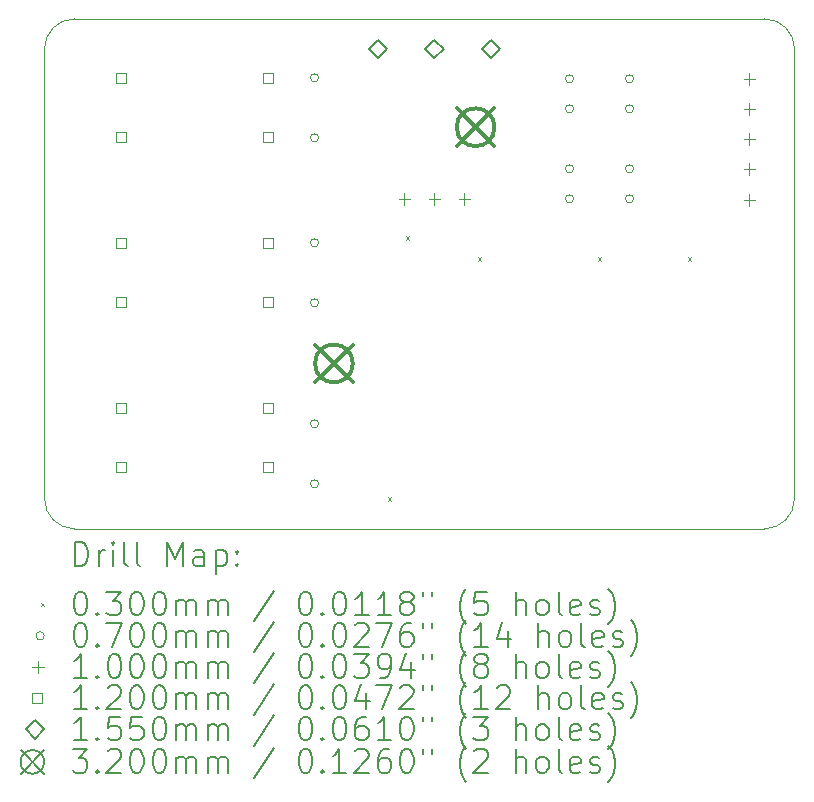
<source format=gbr>
%TF.GenerationSoftware,KiCad,Pcbnew,8.0.6*%
%TF.CreationDate,2024-11-29T18:38:57+11:00*%
%TF.ProjectId,pcb,7063622e-6b69-4636-9164-5f7063625858,rev?*%
%TF.SameCoordinates,Original*%
%TF.FileFunction,Drillmap*%
%TF.FilePolarity,Positive*%
%FSLAX45Y45*%
G04 Gerber Fmt 4.5, Leading zero omitted, Abs format (unit mm)*
G04 Created by KiCad (PCBNEW 8.0.6) date 2024-11-29 18:38:57*
%MOMM*%
%LPD*%
G01*
G04 APERTURE LIST*
%ADD10C,0.050000*%
%ADD11C,0.200000*%
%ADD12C,0.100000*%
%ADD13C,0.120000*%
%ADD14C,0.155000*%
%ADD15C,0.320000*%
G04 APERTURE END LIST*
D10*
X2794000Y-6858000D02*
X8636000Y-6858000D01*
X8636000Y-2540000D02*
G75*
G02*
X8890000Y-2794000I0J-254000D01*
G01*
X2794000Y-6858000D02*
G75*
G02*
X2540000Y-6604000I0J254000D01*
G01*
X8890000Y-6604000D02*
X8890000Y-2794000D01*
X8890000Y-6604000D02*
G75*
G02*
X8636000Y-6858000I-254000J0D01*
G01*
X2540000Y-2794000D02*
G75*
G02*
X2794000Y-2540000I254000J0D01*
G01*
X2540000Y-2794000D02*
X2540000Y-6604000D01*
X8636000Y-2540000D02*
X2794000Y-2540000D01*
D11*
D12*
X5446000Y-6589000D02*
X5476000Y-6619000D01*
X5476000Y-6589000D02*
X5446000Y-6619000D01*
X5598400Y-4379200D02*
X5628400Y-4409200D01*
X5628400Y-4379200D02*
X5598400Y-4409200D01*
X6208000Y-4557000D02*
X6238000Y-4587000D01*
X6238000Y-4557000D02*
X6208000Y-4587000D01*
X7224000Y-4557000D02*
X7254000Y-4587000D01*
X7254000Y-4557000D02*
X7224000Y-4587000D01*
X7986000Y-4557000D02*
X8016000Y-4587000D01*
X8016000Y-4557000D02*
X7986000Y-4587000D01*
X4861000Y-3040000D02*
G75*
G02*
X4791000Y-3040000I-35000J0D01*
G01*
X4791000Y-3040000D02*
G75*
G02*
X4861000Y-3040000I35000J0D01*
G01*
X4861000Y-3548000D02*
G75*
G02*
X4791000Y-3548000I-35000J0D01*
G01*
X4791000Y-3548000D02*
G75*
G02*
X4861000Y-3548000I35000J0D01*
G01*
X4861000Y-4437000D02*
G75*
G02*
X4791000Y-4437000I-35000J0D01*
G01*
X4791000Y-4437000D02*
G75*
G02*
X4861000Y-4437000I35000J0D01*
G01*
X4861000Y-4945000D02*
G75*
G02*
X4791000Y-4945000I-35000J0D01*
G01*
X4791000Y-4945000D02*
G75*
G02*
X4861000Y-4945000I35000J0D01*
G01*
X4861000Y-5969000D02*
G75*
G02*
X4791000Y-5969000I-35000J0D01*
G01*
X4791000Y-5969000D02*
G75*
G02*
X4861000Y-5969000I35000J0D01*
G01*
X4861000Y-6477000D02*
G75*
G02*
X4791000Y-6477000I-35000J0D01*
G01*
X4791000Y-6477000D02*
G75*
G02*
X4861000Y-6477000I35000J0D01*
G01*
X7020000Y-3048000D02*
G75*
G02*
X6950000Y-3048000I-35000J0D01*
G01*
X6950000Y-3048000D02*
G75*
G02*
X7020000Y-3048000I35000J0D01*
G01*
X7020000Y-3302000D02*
G75*
G02*
X6950000Y-3302000I-35000J0D01*
G01*
X6950000Y-3302000D02*
G75*
G02*
X7020000Y-3302000I35000J0D01*
G01*
X7020000Y-3810000D02*
G75*
G02*
X6950000Y-3810000I-35000J0D01*
G01*
X6950000Y-3810000D02*
G75*
G02*
X7020000Y-3810000I35000J0D01*
G01*
X7020000Y-4064000D02*
G75*
G02*
X6950000Y-4064000I-35000J0D01*
G01*
X6950000Y-4064000D02*
G75*
G02*
X7020000Y-4064000I35000J0D01*
G01*
X7528000Y-3048000D02*
G75*
G02*
X7458000Y-3048000I-35000J0D01*
G01*
X7458000Y-3048000D02*
G75*
G02*
X7528000Y-3048000I35000J0D01*
G01*
X7528000Y-3302000D02*
G75*
G02*
X7458000Y-3302000I-35000J0D01*
G01*
X7458000Y-3302000D02*
G75*
G02*
X7528000Y-3302000I35000J0D01*
G01*
X7528000Y-3810000D02*
G75*
G02*
X7458000Y-3810000I-35000J0D01*
G01*
X7458000Y-3810000D02*
G75*
G02*
X7528000Y-3810000I35000J0D01*
G01*
X7528000Y-4064000D02*
G75*
G02*
X7458000Y-4064000I-35000J0D01*
G01*
X7458000Y-4064000D02*
G75*
G02*
X7528000Y-4064000I35000J0D01*
G01*
X5588000Y-4014000D02*
X5588000Y-4114000D01*
X5538000Y-4064000D02*
X5638000Y-4064000D01*
X5842000Y-4014000D02*
X5842000Y-4114000D01*
X5792000Y-4064000D02*
X5892000Y-4064000D01*
X6096000Y-4014000D02*
X6096000Y-4114000D01*
X6046000Y-4064000D02*
X6146000Y-4064000D01*
X8509000Y-2998000D02*
X8509000Y-3098000D01*
X8459000Y-3048000D02*
X8559000Y-3048000D01*
X8509000Y-3252000D02*
X8509000Y-3352000D01*
X8459000Y-3302000D02*
X8559000Y-3302000D01*
X8509000Y-3506000D02*
X8509000Y-3606000D01*
X8459000Y-3556000D02*
X8559000Y-3556000D01*
X8509000Y-3760000D02*
X8509000Y-3860000D01*
X8459000Y-3810000D02*
X8559000Y-3810000D01*
X8509000Y-4022000D02*
X8509000Y-4122000D01*
X8459000Y-4072000D02*
X8559000Y-4072000D01*
D13*
X3227427Y-3086427D02*
X3227427Y-3001573D01*
X3142573Y-3001573D01*
X3142573Y-3086427D01*
X3227427Y-3086427D01*
X3227427Y-3586427D02*
X3227427Y-3501573D01*
X3142573Y-3501573D01*
X3142573Y-3586427D01*
X3227427Y-3586427D01*
X3227427Y-4483427D02*
X3227427Y-4398573D01*
X3142573Y-4398573D01*
X3142573Y-4483427D01*
X3227427Y-4483427D01*
X3227427Y-4983427D02*
X3227427Y-4898573D01*
X3142573Y-4898573D01*
X3142573Y-4983427D01*
X3227427Y-4983427D01*
X3227427Y-5880427D02*
X3227427Y-5795573D01*
X3142573Y-5795573D01*
X3142573Y-5880427D01*
X3227427Y-5880427D01*
X3227427Y-6380427D02*
X3227427Y-6295573D01*
X3142573Y-6295573D01*
X3142573Y-6380427D01*
X3227427Y-6380427D01*
X4477427Y-3086427D02*
X4477427Y-3001573D01*
X4392573Y-3001573D01*
X4392573Y-3086427D01*
X4477427Y-3086427D01*
X4477427Y-3586427D02*
X4477427Y-3501573D01*
X4392573Y-3501573D01*
X4392573Y-3586427D01*
X4477427Y-3586427D01*
X4477427Y-4483427D02*
X4477427Y-4398573D01*
X4392573Y-4398573D01*
X4392573Y-4483427D01*
X4477427Y-4483427D01*
X4477427Y-4983427D02*
X4477427Y-4898573D01*
X4392573Y-4898573D01*
X4392573Y-4983427D01*
X4477427Y-4983427D01*
X4477427Y-5880427D02*
X4477427Y-5795573D01*
X4392573Y-5795573D01*
X4392573Y-5880427D01*
X4477427Y-5880427D01*
X4477427Y-6380427D02*
X4477427Y-6295573D01*
X4392573Y-6295573D01*
X4392573Y-6380427D01*
X4477427Y-6380427D01*
D14*
X5362000Y-2871500D02*
X5439500Y-2794000D01*
X5362000Y-2716500D01*
X5284500Y-2794000D01*
X5362000Y-2871500D01*
X5842000Y-2871500D02*
X5919500Y-2794000D01*
X5842000Y-2716500D01*
X5764500Y-2794000D01*
X5842000Y-2871500D01*
X6322000Y-2871500D02*
X6399500Y-2794000D01*
X6322000Y-2716500D01*
X6244500Y-2794000D01*
X6322000Y-2871500D01*
D15*
X4830000Y-5298000D02*
X5150000Y-5618000D01*
X5150000Y-5298000D02*
X4830000Y-5618000D01*
X5150000Y-5458000D02*
G75*
G02*
X4830000Y-5458000I-160000J0D01*
G01*
X4830000Y-5458000D02*
G75*
G02*
X5150000Y-5458000I160000J0D01*
G01*
X6030000Y-3298000D02*
X6350000Y-3618000D01*
X6350000Y-3298000D02*
X6030000Y-3618000D01*
X6350000Y-3458000D02*
G75*
G02*
X6030000Y-3458000I-160000J0D01*
G01*
X6030000Y-3458000D02*
G75*
G02*
X6350000Y-3458000I160000J0D01*
G01*
D11*
X2798277Y-7171984D02*
X2798277Y-6971984D01*
X2798277Y-6971984D02*
X2845896Y-6971984D01*
X2845896Y-6971984D02*
X2874467Y-6981508D01*
X2874467Y-6981508D02*
X2893515Y-7000555D01*
X2893515Y-7000555D02*
X2903039Y-7019603D01*
X2903039Y-7019603D02*
X2912562Y-7057698D01*
X2912562Y-7057698D02*
X2912562Y-7086269D01*
X2912562Y-7086269D02*
X2903039Y-7124365D01*
X2903039Y-7124365D02*
X2893515Y-7143412D01*
X2893515Y-7143412D02*
X2874467Y-7162460D01*
X2874467Y-7162460D02*
X2845896Y-7171984D01*
X2845896Y-7171984D02*
X2798277Y-7171984D01*
X2998277Y-7171984D02*
X2998277Y-7038650D01*
X2998277Y-7076746D02*
X3007801Y-7057698D01*
X3007801Y-7057698D02*
X3017324Y-7048174D01*
X3017324Y-7048174D02*
X3036372Y-7038650D01*
X3036372Y-7038650D02*
X3055420Y-7038650D01*
X3122086Y-7171984D02*
X3122086Y-7038650D01*
X3122086Y-6971984D02*
X3112562Y-6981508D01*
X3112562Y-6981508D02*
X3122086Y-6991031D01*
X3122086Y-6991031D02*
X3131610Y-6981508D01*
X3131610Y-6981508D02*
X3122086Y-6971984D01*
X3122086Y-6971984D02*
X3122086Y-6991031D01*
X3245896Y-7171984D02*
X3226848Y-7162460D01*
X3226848Y-7162460D02*
X3217324Y-7143412D01*
X3217324Y-7143412D02*
X3217324Y-6971984D01*
X3350658Y-7171984D02*
X3331610Y-7162460D01*
X3331610Y-7162460D02*
X3322086Y-7143412D01*
X3322086Y-7143412D02*
X3322086Y-6971984D01*
X3579229Y-7171984D02*
X3579229Y-6971984D01*
X3579229Y-6971984D02*
X3645896Y-7114841D01*
X3645896Y-7114841D02*
X3712562Y-6971984D01*
X3712562Y-6971984D02*
X3712562Y-7171984D01*
X3893515Y-7171984D02*
X3893515Y-7067222D01*
X3893515Y-7067222D02*
X3883991Y-7048174D01*
X3883991Y-7048174D02*
X3864943Y-7038650D01*
X3864943Y-7038650D02*
X3826848Y-7038650D01*
X3826848Y-7038650D02*
X3807801Y-7048174D01*
X3893515Y-7162460D02*
X3874467Y-7171984D01*
X3874467Y-7171984D02*
X3826848Y-7171984D01*
X3826848Y-7171984D02*
X3807801Y-7162460D01*
X3807801Y-7162460D02*
X3798277Y-7143412D01*
X3798277Y-7143412D02*
X3798277Y-7124365D01*
X3798277Y-7124365D02*
X3807801Y-7105317D01*
X3807801Y-7105317D02*
X3826848Y-7095793D01*
X3826848Y-7095793D02*
X3874467Y-7095793D01*
X3874467Y-7095793D02*
X3893515Y-7086269D01*
X3988753Y-7038650D02*
X3988753Y-7238650D01*
X3988753Y-7048174D02*
X4007801Y-7038650D01*
X4007801Y-7038650D02*
X4045896Y-7038650D01*
X4045896Y-7038650D02*
X4064943Y-7048174D01*
X4064943Y-7048174D02*
X4074467Y-7057698D01*
X4074467Y-7057698D02*
X4083991Y-7076746D01*
X4083991Y-7076746D02*
X4083991Y-7133888D01*
X4083991Y-7133888D02*
X4074467Y-7152936D01*
X4074467Y-7152936D02*
X4064943Y-7162460D01*
X4064943Y-7162460D02*
X4045896Y-7171984D01*
X4045896Y-7171984D02*
X4007801Y-7171984D01*
X4007801Y-7171984D02*
X3988753Y-7162460D01*
X4169705Y-7152936D02*
X4179229Y-7162460D01*
X4179229Y-7162460D02*
X4169705Y-7171984D01*
X4169705Y-7171984D02*
X4160182Y-7162460D01*
X4160182Y-7162460D02*
X4169705Y-7152936D01*
X4169705Y-7152936D02*
X4169705Y-7171984D01*
X4169705Y-7048174D02*
X4179229Y-7057698D01*
X4179229Y-7057698D02*
X4169705Y-7067222D01*
X4169705Y-7067222D02*
X4160182Y-7057698D01*
X4160182Y-7057698D02*
X4169705Y-7048174D01*
X4169705Y-7048174D02*
X4169705Y-7067222D01*
D12*
X2507500Y-7485500D02*
X2537500Y-7515500D01*
X2537500Y-7485500D02*
X2507500Y-7515500D01*
D11*
X2836372Y-7391984D02*
X2855420Y-7391984D01*
X2855420Y-7391984D02*
X2874467Y-7401508D01*
X2874467Y-7401508D02*
X2883991Y-7411031D01*
X2883991Y-7411031D02*
X2893515Y-7430079D01*
X2893515Y-7430079D02*
X2903039Y-7468174D01*
X2903039Y-7468174D02*
X2903039Y-7515793D01*
X2903039Y-7515793D02*
X2893515Y-7553888D01*
X2893515Y-7553888D02*
X2883991Y-7572936D01*
X2883991Y-7572936D02*
X2874467Y-7582460D01*
X2874467Y-7582460D02*
X2855420Y-7591984D01*
X2855420Y-7591984D02*
X2836372Y-7591984D01*
X2836372Y-7591984D02*
X2817324Y-7582460D01*
X2817324Y-7582460D02*
X2807801Y-7572936D01*
X2807801Y-7572936D02*
X2798277Y-7553888D01*
X2798277Y-7553888D02*
X2788753Y-7515793D01*
X2788753Y-7515793D02*
X2788753Y-7468174D01*
X2788753Y-7468174D02*
X2798277Y-7430079D01*
X2798277Y-7430079D02*
X2807801Y-7411031D01*
X2807801Y-7411031D02*
X2817324Y-7401508D01*
X2817324Y-7401508D02*
X2836372Y-7391984D01*
X2988753Y-7572936D02*
X2998277Y-7582460D01*
X2998277Y-7582460D02*
X2988753Y-7591984D01*
X2988753Y-7591984D02*
X2979229Y-7582460D01*
X2979229Y-7582460D02*
X2988753Y-7572936D01*
X2988753Y-7572936D02*
X2988753Y-7591984D01*
X3064943Y-7391984D02*
X3188753Y-7391984D01*
X3188753Y-7391984D02*
X3122086Y-7468174D01*
X3122086Y-7468174D02*
X3150658Y-7468174D01*
X3150658Y-7468174D02*
X3169705Y-7477698D01*
X3169705Y-7477698D02*
X3179229Y-7487222D01*
X3179229Y-7487222D02*
X3188753Y-7506269D01*
X3188753Y-7506269D02*
X3188753Y-7553888D01*
X3188753Y-7553888D02*
X3179229Y-7572936D01*
X3179229Y-7572936D02*
X3169705Y-7582460D01*
X3169705Y-7582460D02*
X3150658Y-7591984D01*
X3150658Y-7591984D02*
X3093515Y-7591984D01*
X3093515Y-7591984D02*
X3074467Y-7582460D01*
X3074467Y-7582460D02*
X3064943Y-7572936D01*
X3312562Y-7391984D02*
X3331610Y-7391984D01*
X3331610Y-7391984D02*
X3350658Y-7401508D01*
X3350658Y-7401508D02*
X3360182Y-7411031D01*
X3360182Y-7411031D02*
X3369705Y-7430079D01*
X3369705Y-7430079D02*
X3379229Y-7468174D01*
X3379229Y-7468174D02*
X3379229Y-7515793D01*
X3379229Y-7515793D02*
X3369705Y-7553888D01*
X3369705Y-7553888D02*
X3360182Y-7572936D01*
X3360182Y-7572936D02*
X3350658Y-7582460D01*
X3350658Y-7582460D02*
X3331610Y-7591984D01*
X3331610Y-7591984D02*
X3312562Y-7591984D01*
X3312562Y-7591984D02*
X3293515Y-7582460D01*
X3293515Y-7582460D02*
X3283991Y-7572936D01*
X3283991Y-7572936D02*
X3274467Y-7553888D01*
X3274467Y-7553888D02*
X3264943Y-7515793D01*
X3264943Y-7515793D02*
X3264943Y-7468174D01*
X3264943Y-7468174D02*
X3274467Y-7430079D01*
X3274467Y-7430079D02*
X3283991Y-7411031D01*
X3283991Y-7411031D02*
X3293515Y-7401508D01*
X3293515Y-7401508D02*
X3312562Y-7391984D01*
X3503039Y-7391984D02*
X3522086Y-7391984D01*
X3522086Y-7391984D02*
X3541134Y-7401508D01*
X3541134Y-7401508D02*
X3550658Y-7411031D01*
X3550658Y-7411031D02*
X3560182Y-7430079D01*
X3560182Y-7430079D02*
X3569705Y-7468174D01*
X3569705Y-7468174D02*
X3569705Y-7515793D01*
X3569705Y-7515793D02*
X3560182Y-7553888D01*
X3560182Y-7553888D02*
X3550658Y-7572936D01*
X3550658Y-7572936D02*
X3541134Y-7582460D01*
X3541134Y-7582460D02*
X3522086Y-7591984D01*
X3522086Y-7591984D02*
X3503039Y-7591984D01*
X3503039Y-7591984D02*
X3483991Y-7582460D01*
X3483991Y-7582460D02*
X3474467Y-7572936D01*
X3474467Y-7572936D02*
X3464943Y-7553888D01*
X3464943Y-7553888D02*
X3455420Y-7515793D01*
X3455420Y-7515793D02*
X3455420Y-7468174D01*
X3455420Y-7468174D02*
X3464943Y-7430079D01*
X3464943Y-7430079D02*
X3474467Y-7411031D01*
X3474467Y-7411031D02*
X3483991Y-7401508D01*
X3483991Y-7401508D02*
X3503039Y-7391984D01*
X3655420Y-7591984D02*
X3655420Y-7458650D01*
X3655420Y-7477698D02*
X3664943Y-7468174D01*
X3664943Y-7468174D02*
X3683991Y-7458650D01*
X3683991Y-7458650D02*
X3712563Y-7458650D01*
X3712563Y-7458650D02*
X3731610Y-7468174D01*
X3731610Y-7468174D02*
X3741134Y-7487222D01*
X3741134Y-7487222D02*
X3741134Y-7591984D01*
X3741134Y-7487222D02*
X3750658Y-7468174D01*
X3750658Y-7468174D02*
X3769705Y-7458650D01*
X3769705Y-7458650D02*
X3798277Y-7458650D01*
X3798277Y-7458650D02*
X3817324Y-7468174D01*
X3817324Y-7468174D02*
X3826848Y-7487222D01*
X3826848Y-7487222D02*
X3826848Y-7591984D01*
X3922086Y-7591984D02*
X3922086Y-7458650D01*
X3922086Y-7477698D02*
X3931610Y-7468174D01*
X3931610Y-7468174D02*
X3950658Y-7458650D01*
X3950658Y-7458650D02*
X3979229Y-7458650D01*
X3979229Y-7458650D02*
X3998277Y-7468174D01*
X3998277Y-7468174D02*
X4007801Y-7487222D01*
X4007801Y-7487222D02*
X4007801Y-7591984D01*
X4007801Y-7487222D02*
X4017324Y-7468174D01*
X4017324Y-7468174D02*
X4036372Y-7458650D01*
X4036372Y-7458650D02*
X4064943Y-7458650D01*
X4064943Y-7458650D02*
X4083991Y-7468174D01*
X4083991Y-7468174D02*
X4093515Y-7487222D01*
X4093515Y-7487222D02*
X4093515Y-7591984D01*
X4483991Y-7382460D02*
X4312563Y-7639603D01*
X4741134Y-7391984D02*
X4760182Y-7391984D01*
X4760182Y-7391984D02*
X4779229Y-7401508D01*
X4779229Y-7401508D02*
X4788753Y-7411031D01*
X4788753Y-7411031D02*
X4798277Y-7430079D01*
X4798277Y-7430079D02*
X4807801Y-7468174D01*
X4807801Y-7468174D02*
X4807801Y-7515793D01*
X4807801Y-7515793D02*
X4798277Y-7553888D01*
X4798277Y-7553888D02*
X4788753Y-7572936D01*
X4788753Y-7572936D02*
X4779229Y-7582460D01*
X4779229Y-7582460D02*
X4760182Y-7591984D01*
X4760182Y-7591984D02*
X4741134Y-7591984D01*
X4741134Y-7591984D02*
X4722087Y-7582460D01*
X4722087Y-7582460D02*
X4712563Y-7572936D01*
X4712563Y-7572936D02*
X4703039Y-7553888D01*
X4703039Y-7553888D02*
X4693515Y-7515793D01*
X4693515Y-7515793D02*
X4693515Y-7468174D01*
X4693515Y-7468174D02*
X4703039Y-7430079D01*
X4703039Y-7430079D02*
X4712563Y-7411031D01*
X4712563Y-7411031D02*
X4722087Y-7401508D01*
X4722087Y-7401508D02*
X4741134Y-7391984D01*
X4893515Y-7572936D02*
X4903039Y-7582460D01*
X4903039Y-7582460D02*
X4893515Y-7591984D01*
X4893515Y-7591984D02*
X4883991Y-7582460D01*
X4883991Y-7582460D02*
X4893515Y-7572936D01*
X4893515Y-7572936D02*
X4893515Y-7591984D01*
X5026848Y-7391984D02*
X5045896Y-7391984D01*
X5045896Y-7391984D02*
X5064944Y-7401508D01*
X5064944Y-7401508D02*
X5074468Y-7411031D01*
X5074468Y-7411031D02*
X5083991Y-7430079D01*
X5083991Y-7430079D02*
X5093515Y-7468174D01*
X5093515Y-7468174D02*
X5093515Y-7515793D01*
X5093515Y-7515793D02*
X5083991Y-7553888D01*
X5083991Y-7553888D02*
X5074468Y-7572936D01*
X5074468Y-7572936D02*
X5064944Y-7582460D01*
X5064944Y-7582460D02*
X5045896Y-7591984D01*
X5045896Y-7591984D02*
X5026848Y-7591984D01*
X5026848Y-7591984D02*
X5007801Y-7582460D01*
X5007801Y-7582460D02*
X4998277Y-7572936D01*
X4998277Y-7572936D02*
X4988753Y-7553888D01*
X4988753Y-7553888D02*
X4979229Y-7515793D01*
X4979229Y-7515793D02*
X4979229Y-7468174D01*
X4979229Y-7468174D02*
X4988753Y-7430079D01*
X4988753Y-7430079D02*
X4998277Y-7411031D01*
X4998277Y-7411031D02*
X5007801Y-7401508D01*
X5007801Y-7401508D02*
X5026848Y-7391984D01*
X5283991Y-7591984D02*
X5169706Y-7591984D01*
X5226848Y-7591984D02*
X5226848Y-7391984D01*
X5226848Y-7391984D02*
X5207801Y-7420555D01*
X5207801Y-7420555D02*
X5188753Y-7439603D01*
X5188753Y-7439603D02*
X5169706Y-7449127D01*
X5474468Y-7591984D02*
X5360182Y-7591984D01*
X5417325Y-7591984D02*
X5417325Y-7391984D01*
X5417325Y-7391984D02*
X5398277Y-7420555D01*
X5398277Y-7420555D02*
X5379229Y-7439603D01*
X5379229Y-7439603D02*
X5360182Y-7449127D01*
X5588753Y-7477698D02*
X5569706Y-7468174D01*
X5569706Y-7468174D02*
X5560182Y-7458650D01*
X5560182Y-7458650D02*
X5550658Y-7439603D01*
X5550658Y-7439603D02*
X5550658Y-7430079D01*
X5550658Y-7430079D02*
X5560182Y-7411031D01*
X5560182Y-7411031D02*
X5569706Y-7401508D01*
X5569706Y-7401508D02*
X5588753Y-7391984D01*
X5588753Y-7391984D02*
X5626848Y-7391984D01*
X5626848Y-7391984D02*
X5645896Y-7401508D01*
X5645896Y-7401508D02*
X5655420Y-7411031D01*
X5655420Y-7411031D02*
X5664944Y-7430079D01*
X5664944Y-7430079D02*
X5664944Y-7439603D01*
X5664944Y-7439603D02*
X5655420Y-7458650D01*
X5655420Y-7458650D02*
X5645896Y-7468174D01*
X5645896Y-7468174D02*
X5626848Y-7477698D01*
X5626848Y-7477698D02*
X5588753Y-7477698D01*
X5588753Y-7477698D02*
X5569706Y-7487222D01*
X5569706Y-7487222D02*
X5560182Y-7496746D01*
X5560182Y-7496746D02*
X5550658Y-7515793D01*
X5550658Y-7515793D02*
X5550658Y-7553888D01*
X5550658Y-7553888D02*
X5560182Y-7572936D01*
X5560182Y-7572936D02*
X5569706Y-7582460D01*
X5569706Y-7582460D02*
X5588753Y-7591984D01*
X5588753Y-7591984D02*
X5626848Y-7591984D01*
X5626848Y-7591984D02*
X5645896Y-7582460D01*
X5645896Y-7582460D02*
X5655420Y-7572936D01*
X5655420Y-7572936D02*
X5664944Y-7553888D01*
X5664944Y-7553888D02*
X5664944Y-7515793D01*
X5664944Y-7515793D02*
X5655420Y-7496746D01*
X5655420Y-7496746D02*
X5645896Y-7487222D01*
X5645896Y-7487222D02*
X5626848Y-7477698D01*
X5741134Y-7391984D02*
X5741134Y-7430079D01*
X5817325Y-7391984D02*
X5817325Y-7430079D01*
X6112563Y-7668174D02*
X6103039Y-7658650D01*
X6103039Y-7658650D02*
X6083991Y-7630079D01*
X6083991Y-7630079D02*
X6074468Y-7611031D01*
X6074468Y-7611031D02*
X6064944Y-7582460D01*
X6064944Y-7582460D02*
X6055420Y-7534841D01*
X6055420Y-7534841D02*
X6055420Y-7496746D01*
X6055420Y-7496746D02*
X6064944Y-7449127D01*
X6064944Y-7449127D02*
X6074468Y-7420555D01*
X6074468Y-7420555D02*
X6083991Y-7401508D01*
X6083991Y-7401508D02*
X6103039Y-7372936D01*
X6103039Y-7372936D02*
X6112563Y-7363412D01*
X6283991Y-7391984D02*
X6188753Y-7391984D01*
X6188753Y-7391984D02*
X6179229Y-7487222D01*
X6179229Y-7487222D02*
X6188753Y-7477698D01*
X6188753Y-7477698D02*
X6207801Y-7468174D01*
X6207801Y-7468174D02*
X6255420Y-7468174D01*
X6255420Y-7468174D02*
X6274468Y-7477698D01*
X6274468Y-7477698D02*
X6283991Y-7487222D01*
X6283991Y-7487222D02*
X6293515Y-7506269D01*
X6293515Y-7506269D02*
X6293515Y-7553888D01*
X6293515Y-7553888D02*
X6283991Y-7572936D01*
X6283991Y-7572936D02*
X6274468Y-7582460D01*
X6274468Y-7582460D02*
X6255420Y-7591984D01*
X6255420Y-7591984D02*
X6207801Y-7591984D01*
X6207801Y-7591984D02*
X6188753Y-7582460D01*
X6188753Y-7582460D02*
X6179229Y-7572936D01*
X6531610Y-7591984D02*
X6531610Y-7391984D01*
X6617325Y-7591984D02*
X6617325Y-7487222D01*
X6617325Y-7487222D02*
X6607801Y-7468174D01*
X6607801Y-7468174D02*
X6588753Y-7458650D01*
X6588753Y-7458650D02*
X6560182Y-7458650D01*
X6560182Y-7458650D02*
X6541134Y-7468174D01*
X6541134Y-7468174D02*
X6531610Y-7477698D01*
X6741134Y-7591984D02*
X6722087Y-7582460D01*
X6722087Y-7582460D02*
X6712563Y-7572936D01*
X6712563Y-7572936D02*
X6703039Y-7553888D01*
X6703039Y-7553888D02*
X6703039Y-7496746D01*
X6703039Y-7496746D02*
X6712563Y-7477698D01*
X6712563Y-7477698D02*
X6722087Y-7468174D01*
X6722087Y-7468174D02*
X6741134Y-7458650D01*
X6741134Y-7458650D02*
X6769706Y-7458650D01*
X6769706Y-7458650D02*
X6788753Y-7468174D01*
X6788753Y-7468174D02*
X6798277Y-7477698D01*
X6798277Y-7477698D02*
X6807801Y-7496746D01*
X6807801Y-7496746D02*
X6807801Y-7553888D01*
X6807801Y-7553888D02*
X6798277Y-7572936D01*
X6798277Y-7572936D02*
X6788753Y-7582460D01*
X6788753Y-7582460D02*
X6769706Y-7591984D01*
X6769706Y-7591984D02*
X6741134Y-7591984D01*
X6922087Y-7591984D02*
X6903039Y-7582460D01*
X6903039Y-7582460D02*
X6893515Y-7563412D01*
X6893515Y-7563412D02*
X6893515Y-7391984D01*
X7074468Y-7582460D02*
X7055420Y-7591984D01*
X7055420Y-7591984D02*
X7017325Y-7591984D01*
X7017325Y-7591984D02*
X6998277Y-7582460D01*
X6998277Y-7582460D02*
X6988753Y-7563412D01*
X6988753Y-7563412D02*
X6988753Y-7487222D01*
X6988753Y-7487222D02*
X6998277Y-7468174D01*
X6998277Y-7468174D02*
X7017325Y-7458650D01*
X7017325Y-7458650D02*
X7055420Y-7458650D01*
X7055420Y-7458650D02*
X7074468Y-7468174D01*
X7074468Y-7468174D02*
X7083991Y-7487222D01*
X7083991Y-7487222D02*
X7083991Y-7506269D01*
X7083991Y-7506269D02*
X6988753Y-7525317D01*
X7160182Y-7582460D02*
X7179230Y-7591984D01*
X7179230Y-7591984D02*
X7217325Y-7591984D01*
X7217325Y-7591984D02*
X7236372Y-7582460D01*
X7236372Y-7582460D02*
X7245896Y-7563412D01*
X7245896Y-7563412D02*
X7245896Y-7553888D01*
X7245896Y-7553888D02*
X7236372Y-7534841D01*
X7236372Y-7534841D02*
X7217325Y-7525317D01*
X7217325Y-7525317D02*
X7188753Y-7525317D01*
X7188753Y-7525317D02*
X7169706Y-7515793D01*
X7169706Y-7515793D02*
X7160182Y-7496746D01*
X7160182Y-7496746D02*
X7160182Y-7487222D01*
X7160182Y-7487222D02*
X7169706Y-7468174D01*
X7169706Y-7468174D02*
X7188753Y-7458650D01*
X7188753Y-7458650D02*
X7217325Y-7458650D01*
X7217325Y-7458650D02*
X7236372Y-7468174D01*
X7312563Y-7668174D02*
X7322087Y-7658650D01*
X7322087Y-7658650D02*
X7341134Y-7630079D01*
X7341134Y-7630079D02*
X7350658Y-7611031D01*
X7350658Y-7611031D02*
X7360182Y-7582460D01*
X7360182Y-7582460D02*
X7369706Y-7534841D01*
X7369706Y-7534841D02*
X7369706Y-7496746D01*
X7369706Y-7496746D02*
X7360182Y-7449127D01*
X7360182Y-7449127D02*
X7350658Y-7420555D01*
X7350658Y-7420555D02*
X7341134Y-7401508D01*
X7341134Y-7401508D02*
X7322087Y-7372936D01*
X7322087Y-7372936D02*
X7312563Y-7363412D01*
D12*
X2537500Y-7764500D02*
G75*
G02*
X2467500Y-7764500I-35000J0D01*
G01*
X2467500Y-7764500D02*
G75*
G02*
X2537500Y-7764500I35000J0D01*
G01*
D11*
X2836372Y-7655984D02*
X2855420Y-7655984D01*
X2855420Y-7655984D02*
X2874467Y-7665508D01*
X2874467Y-7665508D02*
X2883991Y-7675031D01*
X2883991Y-7675031D02*
X2893515Y-7694079D01*
X2893515Y-7694079D02*
X2903039Y-7732174D01*
X2903039Y-7732174D02*
X2903039Y-7779793D01*
X2903039Y-7779793D02*
X2893515Y-7817888D01*
X2893515Y-7817888D02*
X2883991Y-7836936D01*
X2883991Y-7836936D02*
X2874467Y-7846460D01*
X2874467Y-7846460D02*
X2855420Y-7855984D01*
X2855420Y-7855984D02*
X2836372Y-7855984D01*
X2836372Y-7855984D02*
X2817324Y-7846460D01*
X2817324Y-7846460D02*
X2807801Y-7836936D01*
X2807801Y-7836936D02*
X2798277Y-7817888D01*
X2798277Y-7817888D02*
X2788753Y-7779793D01*
X2788753Y-7779793D02*
X2788753Y-7732174D01*
X2788753Y-7732174D02*
X2798277Y-7694079D01*
X2798277Y-7694079D02*
X2807801Y-7675031D01*
X2807801Y-7675031D02*
X2817324Y-7665508D01*
X2817324Y-7665508D02*
X2836372Y-7655984D01*
X2988753Y-7836936D02*
X2998277Y-7846460D01*
X2998277Y-7846460D02*
X2988753Y-7855984D01*
X2988753Y-7855984D02*
X2979229Y-7846460D01*
X2979229Y-7846460D02*
X2988753Y-7836936D01*
X2988753Y-7836936D02*
X2988753Y-7855984D01*
X3064943Y-7655984D02*
X3198277Y-7655984D01*
X3198277Y-7655984D02*
X3112562Y-7855984D01*
X3312562Y-7655984D02*
X3331610Y-7655984D01*
X3331610Y-7655984D02*
X3350658Y-7665508D01*
X3350658Y-7665508D02*
X3360182Y-7675031D01*
X3360182Y-7675031D02*
X3369705Y-7694079D01*
X3369705Y-7694079D02*
X3379229Y-7732174D01*
X3379229Y-7732174D02*
X3379229Y-7779793D01*
X3379229Y-7779793D02*
X3369705Y-7817888D01*
X3369705Y-7817888D02*
X3360182Y-7836936D01*
X3360182Y-7836936D02*
X3350658Y-7846460D01*
X3350658Y-7846460D02*
X3331610Y-7855984D01*
X3331610Y-7855984D02*
X3312562Y-7855984D01*
X3312562Y-7855984D02*
X3293515Y-7846460D01*
X3293515Y-7846460D02*
X3283991Y-7836936D01*
X3283991Y-7836936D02*
X3274467Y-7817888D01*
X3274467Y-7817888D02*
X3264943Y-7779793D01*
X3264943Y-7779793D02*
X3264943Y-7732174D01*
X3264943Y-7732174D02*
X3274467Y-7694079D01*
X3274467Y-7694079D02*
X3283991Y-7675031D01*
X3283991Y-7675031D02*
X3293515Y-7665508D01*
X3293515Y-7665508D02*
X3312562Y-7655984D01*
X3503039Y-7655984D02*
X3522086Y-7655984D01*
X3522086Y-7655984D02*
X3541134Y-7665508D01*
X3541134Y-7665508D02*
X3550658Y-7675031D01*
X3550658Y-7675031D02*
X3560182Y-7694079D01*
X3560182Y-7694079D02*
X3569705Y-7732174D01*
X3569705Y-7732174D02*
X3569705Y-7779793D01*
X3569705Y-7779793D02*
X3560182Y-7817888D01*
X3560182Y-7817888D02*
X3550658Y-7836936D01*
X3550658Y-7836936D02*
X3541134Y-7846460D01*
X3541134Y-7846460D02*
X3522086Y-7855984D01*
X3522086Y-7855984D02*
X3503039Y-7855984D01*
X3503039Y-7855984D02*
X3483991Y-7846460D01*
X3483991Y-7846460D02*
X3474467Y-7836936D01*
X3474467Y-7836936D02*
X3464943Y-7817888D01*
X3464943Y-7817888D02*
X3455420Y-7779793D01*
X3455420Y-7779793D02*
X3455420Y-7732174D01*
X3455420Y-7732174D02*
X3464943Y-7694079D01*
X3464943Y-7694079D02*
X3474467Y-7675031D01*
X3474467Y-7675031D02*
X3483991Y-7665508D01*
X3483991Y-7665508D02*
X3503039Y-7655984D01*
X3655420Y-7855984D02*
X3655420Y-7722650D01*
X3655420Y-7741698D02*
X3664943Y-7732174D01*
X3664943Y-7732174D02*
X3683991Y-7722650D01*
X3683991Y-7722650D02*
X3712563Y-7722650D01*
X3712563Y-7722650D02*
X3731610Y-7732174D01*
X3731610Y-7732174D02*
X3741134Y-7751222D01*
X3741134Y-7751222D02*
X3741134Y-7855984D01*
X3741134Y-7751222D02*
X3750658Y-7732174D01*
X3750658Y-7732174D02*
X3769705Y-7722650D01*
X3769705Y-7722650D02*
X3798277Y-7722650D01*
X3798277Y-7722650D02*
X3817324Y-7732174D01*
X3817324Y-7732174D02*
X3826848Y-7751222D01*
X3826848Y-7751222D02*
X3826848Y-7855984D01*
X3922086Y-7855984D02*
X3922086Y-7722650D01*
X3922086Y-7741698D02*
X3931610Y-7732174D01*
X3931610Y-7732174D02*
X3950658Y-7722650D01*
X3950658Y-7722650D02*
X3979229Y-7722650D01*
X3979229Y-7722650D02*
X3998277Y-7732174D01*
X3998277Y-7732174D02*
X4007801Y-7751222D01*
X4007801Y-7751222D02*
X4007801Y-7855984D01*
X4007801Y-7751222D02*
X4017324Y-7732174D01*
X4017324Y-7732174D02*
X4036372Y-7722650D01*
X4036372Y-7722650D02*
X4064943Y-7722650D01*
X4064943Y-7722650D02*
X4083991Y-7732174D01*
X4083991Y-7732174D02*
X4093515Y-7751222D01*
X4093515Y-7751222D02*
X4093515Y-7855984D01*
X4483991Y-7646460D02*
X4312563Y-7903603D01*
X4741134Y-7655984D02*
X4760182Y-7655984D01*
X4760182Y-7655984D02*
X4779229Y-7665508D01*
X4779229Y-7665508D02*
X4788753Y-7675031D01*
X4788753Y-7675031D02*
X4798277Y-7694079D01*
X4798277Y-7694079D02*
X4807801Y-7732174D01*
X4807801Y-7732174D02*
X4807801Y-7779793D01*
X4807801Y-7779793D02*
X4798277Y-7817888D01*
X4798277Y-7817888D02*
X4788753Y-7836936D01*
X4788753Y-7836936D02*
X4779229Y-7846460D01*
X4779229Y-7846460D02*
X4760182Y-7855984D01*
X4760182Y-7855984D02*
X4741134Y-7855984D01*
X4741134Y-7855984D02*
X4722087Y-7846460D01*
X4722087Y-7846460D02*
X4712563Y-7836936D01*
X4712563Y-7836936D02*
X4703039Y-7817888D01*
X4703039Y-7817888D02*
X4693515Y-7779793D01*
X4693515Y-7779793D02*
X4693515Y-7732174D01*
X4693515Y-7732174D02*
X4703039Y-7694079D01*
X4703039Y-7694079D02*
X4712563Y-7675031D01*
X4712563Y-7675031D02*
X4722087Y-7665508D01*
X4722087Y-7665508D02*
X4741134Y-7655984D01*
X4893515Y-7836936D02*
X4903039Y-7846460D01*
X4903039Y-7846460D02*
X4893515Y-7855984D01*
X4893515Y-7855984D02*
X4883991Y-7846460D01*
X4883991Y-7846460D02*
X4893515Y-7836936D01*
X4893515Y-7836936D02*
X4893515Y-7855984D01*
X5026848Y-7655984D02*
X5045896Y-7655984D01*
X5045896Y-7655984D02*
X5064944Y-7665508D01*
X5064944Y-7665508D02*
X5074468Y-7675031D01*
X5074468Y-7675031D02*
X5083991Y-7694079D01*
X5083991Y-7694079D02*
X5093515Y-7732174D01*
X5093515Y-7732174D02*
X5093515Y-7779793D01*
X5093515Y-7779793D02*
X5083991Y-7817888D01*
X5083991Y-7817888D02*
X5074468Y-7836936D01*
X5074468Y-7836936D02*
X5064944Y-7846460D01*
X5064944Y-7846460D02*
X5045896Y-7855984D01*
X5045896Y-7855984D02*
X5026848Y-7855984D01*
X5026848Y-7855984D02*
X5007801Y-7846460D01*
X5007801Y-7846460D02*
X4998277Y-7836936D01*
X4998277Y-7836936D02*
X4988753Y-7817888D01*
X4988753Y-7817888D02*
X4979229Y-7779793D01*
X4979229Y-7779793D02*
X4979229Y-7732174D01*
X4979229Y-7732174D02*
X4988753Y-7694079D01*
X4988753Y-7694079D02*
X4998277Y-7675031D01*
X4998277Y-7675031D02*
X5007801Y-7665508D01*
X5007801Y-7665508D02*
X5026848Y-7655984D01*
X5169706Y-7675031D02*
X5179229Y-7665508D01*
X5179229Y-7665508D02*
X5198277Y-7655984D01*
X5198277Y-7655984D02*
X5245896Y-7655984D01*
X5245896Y-7655984D02*
X5264944Y-7665508D01*
X5264944Y-7665508D02*
X5274468Y-7675031D01*
X5274468Y-7675031D02*
X5283991Y-7694079D01*
X5283991Y-7694079D02*
X5283991Y-7713127D01*
X5283991Y-7713127D02*
X5274468Y-7741698D01*
X5274468Y-7741698D02*
X5160182Y-7855984D01*
X5160182Y-7855984D02*
X5283991Y-7855984D01*
X5350658Y-7655984D02*
X5483991Y-7655984D01*
X5483991Y-7655984D02*
X5398277Y-7855984D01*
X5645896Y-7655984D02*
X5607801Y-7655984D01*
X5607801Y-7655984D02*
X5588753Y-7665508D01*
X5588753Y-7665508D02*
X5579229Y-7675031D01*
X5579229Y-7675031D02*
X5560182Y-7703603D01*
X5560182Y-7703603D02*
X5550658Y-7741698D01*
X5550658Y-7741698D02*
X5550658Y-7817888D01*
X5550658Y-7817888D02*
X5560182Y-7836936D01*
X5560182Y-7836936D02*
X5569706Y-7846460D01*
X5569706Y-7846460D02*
X5588753Y-7855984D01*
X5588753Y-7855984D02*
X5626848Y-7855984D01*
X5626848Y-7855984D02*
X5645896Y-7846460D01*
X5645896Y-7846460D02*
X5655420Y-7836936D01*
X5655420Y-7836936D02*
X5664944Y-7817888D01*
X5664944Y-7817888D02*
X5664944Y-7770269D01*
X5664944Y-7770269D02*
X5655420Y-7751222D01*
X5655420Y-7751222D02*
X5645896Y-7741698D01*
X5645896Y-7741698D02*
X5626848Y-7732174D01*
X5626848Y-7732174D02*
X5588753Y-7732174D01*
X5588753Y-7732174D02*
X5569706Y-7741698D01*
X5569706Y-7741698D02*
X5560182Y-7751222D01*
X5560182Y-7751222D02*
X5550658Y-7770269D01*
X5741134Y-7655984D02*
X5741134Y-7694079D01*
X5817325Y-7655984D02*
X5817325Y-7694079D01*
X6112563Y-7932174D02*
X6103039Y-7922650D01*
X6103039Y-7922650D02*
X6083991Y-7894079D01*
X6083991Y-7894079D02*
X6074468Y-7875031D01*
X6074468Y-7875031D02*
X6064944Y-7846460D01*
X6064944Y-7846460D02*
X6055420Y-7798841D01*
X6055420Y-7798841D02*
X6055420Y-7760746D01*
X6055420Y-7760746D02*
X6064944Y-7713127D01*
X6064944Y-7713127D02*
X6074468Y-7684555D01*
X6074468Y-7684555D02*
X6083991Y-7665508D01*
X6083991Y-7665508D02*
X6103039Y-7636936D01*
X6103039Y-7636936D02*
X6112563Y-7627412D01*
X6293515Y-7855984D02*
X6179229Y-7855984D01*
X6236372Y-7855984D02*
X6236372Y-7655984D01*
X6236372Y-7655984D02*
X6217325Y-7684555D01*
X6217325Y-7684555D02*
X6198277Y-7703603D01*
X6198277Y-7703603D02*
X6179229Y-7713127D01*
X6464944Y-7722650D02*
X6464944Y-7855984D01*
X6417325Y-7646460D02*
X6369706Y-7789317D01*
X6369706Y-7789317D02*
X6493515Y-7789317D01*
X6722087Y-7855984D02*
X6722087Y-7655984D01*
X6807801Y-7855984D02*
X6807801Y-7751222D01*
X6807801Y-7751222D02*
X6798277Y-7732174D01*
X6798277Y-7732174D02*
X6779230Y-7722650D01*
X6779230Y-7722650D02*
X6750658Y-7722650D01*
X6750658Y-7722650D02*
X6731610Y-7732174D01*
X6731610Y-7732174D02*
X6722087Y-7741698D01*
X6931610Y-7855984D02*
X6912563Y-7846460D01*
X6912563Y-7846460D02*
X6903039Y-7836936D01*
X6903039Y-7836936D02*
X6893515Y-7817888D01*
X6893515Y-7817888D02*
X6893515Y-7760746D01*
X6893515Y-7760746D02*
X6903039Y-7741698D01*
X6903039Y-7741698D02*
X6912563Y-7732174D01*
X6912563Y-7732174D02*
X6931610Y-7722650D01*
X6931610Y-7722650D02*
X6960182Y-7722650D01*
X6960182Y-7722650D02*
X6979230Y-7732174D01*
X6979230Y-7732174D02*
X6988753Y-7741698D01*
X6988753Y-7741698D02*
X6998277Y-7760746D01*
X6998277Y-7760746D02*
X6998277Y-7817888D01*
X6998277Y-7817888D02*
X6988753Y-7836936D01*
X6988753Y-7836936D02*
X6979230Y-7846460D01*
X6979230Y-7846460D02*
X6960182Y-7855984D01*
X6960182Y-7855984D02*
X6931610Y-7855984D01*
X7112563Y-7855984D02*
X7093515Y-7846460D01*
X7093515Y-7846460D02*
X7083991Y-7827412D01*
X7083991Y-7827412D02*
X7083991Y-7655984D01*
X7264944Y-7846460D02*
X7245896Y-7855984D01*
X7245896Y-7855984D02*
X7207801Y-7855984D01*
X7207801Y-7855984D02*
X7188753Y-7846460D01*
X7188753Y-7846460D02*
X7179230Y-7827412D01*
X7179230Y-7827412D02*
X7179230Y-7751222D01*
X7179230Y-7751222D02*
X7188753Y-7732174D01*
X7188753Y-7732174D02*
X7207801Y-7722650D01*
X7207801Y-7722650D02*
X7245896Y-7722650D01*
X7245896Y-7722650D02*
X7264944Y-7732174D01*
X7264944Y-7732174D02*
X7274468Y-7751222D01*
X7274468Y-7751222D02*
X7274468Y-7770269D01*
X7274468Y-7770269D02*
X7179230Y-7789317D01*
X7350658Y-7846460D02*
X7369706Y-7855984D01*
X7369706Y-7855984D02*
X7407801Y-7855984D01*
X7407801Y-7855984D02*
X7426849Y-7846460D01*
X7426849Y-7846460D02*
X7436372Y-7827412D01*
X7436372Y-7827412D02*
X7436372Y-7817888D01*
X7436372Y-7817888D02*
X7426849Y-7798841D01*
X7426849Y-7798841D02*
X7407801Y-7789317D01*
X7407801Y-7789317D02*
X7379230Y-7789317D01*
X7379230Y-7789317D02*
X7360182Y-7779793D01*
X7360182Y-7779793D02*
X7350658Y-7760746D01*
X7350658Y-7760746D02*
X7350658Y-7751222D01*
X7350658Y-7751222D02*
X7360182Y-7732174D01*
X7360182Y-7732174D02*
X7379230Y-7722650D01*
X7379230Y-7722650D02*
X7407801Y-7722650D01*
X7407801Y-7722650D02*
X7426849Y-7732174D01*
X7503039Y-7932174D02*
X7512563Y-7922650D01*
X7512563Y-7922650D02*
X7531611Y-7894079D01*
X7531611Y-7894079D02*
X7541134Y-7875031D01*
X7541134Y-7875031D02*
X7550658Y-7846460D01*
X7550658Y-7846460D02*
X7560182Y-7798841D01*
X7560182Y-7798841D02*
X7560182Y-7760746D01*
X7560182Y-7760746D02*
X7550658Y-7713127D01*
X7550658Y-7713127D02*
X7541134Y-7684555D01*
X7541134Y-7684555D02*
X7531611Y-7665508D01*
X7531611Y-7665508D02*
X7512563Y-7636936D01*
X7512563Y-7636936D02*
X7503039Y-7627412D01*
D12*
X2487500Y-7978500D02*
X2487500Y-8078500D01*
X2437500Y-8028500D02*
X2537500Y-8028500D01*
D11*
X2903039Y-8119984D02*
X2788753Y-8119984D01*
X2845896Y-8119984D02*
X2845896Y-7919984D01*
X2845896Y-7919984D02*
X2826848Y-7948555D01*
X2826848Y-7948555D02*
X2807801Y-7967603D01*
X2807801Y-7967603D02*
X2788753Y-7977127D01*
X2988753Y-8100936D02*
X2998277Y-8110460D01*
X2998277Y-8110460D02*
X2988753Y-8119984D01*
X2988753Y-8119984D02*
X2979229Y-8110460D01*
X2979229Y-8110460D02*
X2988753Y-8100936D01*
X2988753Y-8100936D02*
X2988753Y-8119984D01*
X3122086Y-7919984D02*
X3141134Y-7919984D01*
X3141134Y-7919984D02*
X3160182Y-7929508D01*
X3160182Y-7929508D02*
X3169705Y-7939031D01*
X3169705Y-7939031D02*
X3179229Y-7958079D01*
X3179229Y-7958079D02*
X3188753Y-7996174D01*
X3188753Y-7996174D02*
X3188753Y-8043793D01*
X3188753Y-8043793D02*
X3179229Y-8081888D01*
X3179229Y-8081888D02*
X3169705Y-8100936D01*
X3169705Y-8100936D02*
X3160182Y-8110460D01*
X3160182Y-8110460D02*
X3141134Y-8119984D01*
X3141134Y-8119984D02*
X3122086Y-8119984D01*
X3122086Y-8119984D02*
X3103039Y-8110460D01*
X3103039Y-8110460D02*
X3093515Y-8100936D01*
X3093515Y-8100936D02*
X3083991Y-8081888D01*
X3083991Y-8081888D02*
X3074467Y-8043793D01*
X3074467Y-8043793D02*
X3074467Y-7996174D01*
X3074467Y-7996174D02*
X3083991Y-7958079D01*
X3083991Y-7958079D02*
X3093515Y-7939031D01*
X3093515Y-7939031D02*
X3103039Y-7929508D01*
X3103039Y-7929508D02*
X3122086Y-7919984D01*
X3312562Y-7919984D02*
X3331610Y-7919984D01*
X3331610Y-7919984D02*
X3350658Y-7929508D01*
X3350658Y-7929508D02*
X3360182Y-7939031D01*
X3360182Y-7939031D02*
X3369705Y-7958079D01*
X3369705Y-7958079D02*
X3379229Y-7996174D01*
X3379229Y-7996174D02*
X3379229Y-8043793D01*
X3379229Y-8043793D02*
X3369705Y-8081888D01*
X3369705Y-8081888D02*
X3360182Y-8100936D01*
X3360182Y-8100936D02*
X3350658Y-8110460D01*
X3350658Y-8110460D02*
X3331610Y-8119984D01*
X3331610Y-8119984D02*
X3312562Y-8119984D01*
X3312562Y-8119984D02*
X3293515Y-8110460D01*
X3293515Y-8110460D02*
X3283991Y-8100936D01*
X3283991Y-8100936D02*
X3274467Y-8081888D01*
X3274467Y-8081888D02*
X3264943Y-8043793D01*
X3264943Y-8043793D02*
X3264943Y-7996174D01*
X3264943Y-7996174D02*
X3274467Y-7958079D01*
X3274467Y-7958079D02*
X3283991Y-7939031D01*
X3283991Y-7939031D02*
X3293515Y-7929508D01*
X3293515Y-7929508D02*
X3312562Y-7919984D01*
X3503039Y-7919984D02*
X3522086Y-7919984D01*
X3522086Y-7919984D02*
X3541134Y-7929508D01*
X3541134Y-7929508D02*
X3550658Y-7939031D01*
X3550658Y-7939031D02*
X3560182Y-7958079D01*
X3560182Y-7958079D02*
X3569705Y-7996174D01*
X3569705Y-7996174D02*
X3569705Y-8043793D01*
X3569705Y-8043793D02*
X3560182Y-8081888D01*
X3560182Y-8081888D02*
X3550658Y-8100936D01*
X3550658Y-8100936D02*
X3541134Y-8110460D01*
X3541134Y-8110460D02*
X3522086Y-8119984D01*
X3522086Y-8119984D02*
X3503039Y-8119984D01*
X3503039Y-8119984D02*
X3483991Y-8110460D01*
X3483991Y-8110460D02*
X3474467Y-8100936D01*
X3474467Y-8100936D02*
X3464943Y-8081888D01*
X3464943Y-8081888D02*
X3455420Y-8043793D01*
X3455420Y-8043793D02*
X3455420Y-7996174D01*
X3455420Y-7996174D02*
X3464943Y-7958079D01*
X3464943Y-7958079D02*
X3474467Y-7939031D01*
X3474467Y-7939031D02*
X3483991Y-7929508D01*
X3483991Y-7929508D02*
X3503039Y-7919984D01*
X3655420Y-8119984D02*
X3655420Y-7986650D01*
X3655420Y-8005698D02*
X3664943Y-7996174D01*
X3664943Y-7996174D02*
X3683991Y-7986650D01*
X3683991Y-7986650D02*
X3712563Y-7986650D01*
X3712563Y-7986650D02*
X3731610Y-7996174D01*
X3731610Y-7996174D02*
X3741134Y-8015222D01*
X3741134Y-8015222D02*
X3741134Y-8119984D01*
X3741134Y-8015222D02*
X3750658Y-7996174D01*
X3750658Y-7996174D02*
X3769705Y-7986650D01*
X3769705Y-7986650D02*
X3798277Y-7986650D01*
X3798277Y-7986650D02*
X3817324Y-7996174D01*
X3817324Y-7996174D02*
X3826848Y-8015222D01*
X3826848Y-8015222D02*
X3826848Y-8119984D01*
X3922086Y-8119984D02*
X3922086Y-7986650D01*
X3922086Y-8005698D02*
X3931610Y-7996174D01*
X3931610Y-7996174D02*
X3950658Y-7986650D01*
X3950658Y-7986650D02*
X3979229Y-7986650D01*
X3979229Y-7986650D02*
X3998277Y-7996174D01*
X3998277Y-7996174D02*
X4007801Y-8015222D01*
X4007801Y-8015222D02*
X4007801Y-8119984D01*
X4007801Y-8015222D02*
X4017324Y-7996174D01*
X4017324Y-7996174D02*
X4036372Y-7986650D01*
X4036372Y-7986650D02*
X4064943Y-7986650D01*
X4064943Y-7986650D02*
X4083991Y-7996174D01*
X4083991Y-7996174D02*
X4093515Y-8015222D01*
X4093515Y-8015222D02*
X4093515Y-8119984D01*
X4483991Y-7910460D02*
X4312563Y-8167603D01*
X4741134Y-7919984D02*
X4760182Y-7919984D01*
X4760182Y-7919984D02*
X4779229Y-7929508D01*
X4779229Y-7929508D02*
X4788753Y-7939031D01*
X4788753Y-7939031D02*
X4798277Y-7958079D01*
X4798277Y-7958079D02*
X4807801Y-7996174D01*
X4807801Y-7996174D02*
X4807801Y-8043793D01*
X4807801Y-8043793D02*
X4798277Y-8081888D01*
X4798277Y-8081888D02*
X4788753Y-8100936D01*
X4788753Y-8100936D02*
X4779229Y-8110460D01*
X4779229Y-8110460D02*
X4760182Y-8119984D01*
X4760182Y-8119984D02*
X4741134Y-8119984D01*
X4741134Y-8119984D02*
X4722087Y-8110460D01*
X4722087Y-8110460D02*
X4712563Y-8100936D01*
X4712563Y-8100936D02*
X4703039Y-8081888D01*
X4703039Y-8081888D02*
X4693515Y-8043793D01*
X4693515Y-8043793D02*
X4693515Y-7996174D01*
X4693515Y-7996174D02*
X4703039Y-7958079D01*
X4703039Y-7958079D02*
X4712563Y-7939031D01*
X4712563Y-7939031D02*
X4722087Y-7929508D01*
X4722087Y-7929508D02*
X4741134Y-7919984D01*
X4893515Y-8100936D02*
X4903039Y-8110460D01*
X4903039Y-8110460D02*
X4893515Y-8119984D01*
X4893515Y-8119984D02*
X4883991Y-8110460D01*
X4883991Y-8110460D02*
X4893515Y-8100936D01*
X4893515Y-8100936D02*
X4893515Y-8119984D01*
X5026848Y-7919984D02*
X5045896Y-7919984D01*
X5045896Y-7919984D02*
X5064944Y-7929508D01*
X5064944Y-7929508D02*
X5074468Y-7939031D01*
X5074468Y-7939031D02*
X5083991Y-7958079D01*
X5083991Y-7958079D02*
X5093515Y-7996174D01*
X5093515Y-7996174D02*
X5093515Y-8043793D01*
X5093515Y-8043793D02*
X5083991Y-8081888D01*
X5083991Y-8081888D02*
X5074468Y-8100936D01*
X5074468Y-8100936D02*
X5064944Y-8110460D01*
X5064944Y-8110460D02*
X5045896Y-8119984D01*
X5045896Y-8119984D02*
X5026848Y-8119984D01*
X5026848Y-8119984D02*
X5007801Y-8110460D01*
X5007801Y-8110460D02*
X4998277Y-8100936D01*
X4998277Y-8100936D02*
X4988753Y-8081888D01*
X4988753Y-8081888D02*
X4979229Y-8043793D01*
X4979229Y-8043793D02*
X4979229Y-7996174D01*
X4979229Y-7996174D02*
X4988753Y-7958079D01*
X4988753Y-7958079D02*
X4998277Y-7939031D01*
X4998277Y-7939031D02*
X5007801Y-7929508D01*
X5007801Y-7929508D02*
X5026848Y-7919984D01*
X5160182Y-7919984D02*
X5283991Y-7919984D01*
X5283991Y-7919984D02*
X5217325Y-7996174D01*
X5217325Y-7996174D02*
X5245896Y-7996174D01*
X5245896Y-7996174D02*
X5264944Y-8005698D01*
X5264944Y-8005698D02*
X5274468Y-8015222D01*
X5274468Y-8015222D02*
X5283991Y-8034269D01*
X5283991Y-8034269D02*
X5283991Y-8081888D01*
X5283991Y-8081888D02*
X5274468Y-8100936D01*
X5274468Y-8100936D02*
X5264944Y-8110460D01*
X5264944Y-8110460D02*
X5245896Y-8119984D01*
X5245896Y-8119984D02*
X5188753Y-8119984D01*
X5188753Y-8119984D02*
X5169706Y-8110460D01*
X5169706Y-8110460D02*
X5160182Y-8100936D01*
X5379229Y-8119984D02*
X5417325Y-8119984D01*
X5417325Y-8119984D02*
X5436372Y-8110460D01*
X5436372Y-8110460D02*
X5445896Y-8100936D01*
X5445896Y-8100936D02*
X5464944Y-8072365D01*
X5464944Y-8072365D02*
X5474468Y-8034269D01*
X5474468Y-8034269D02*
X5474468Y-7958079D01*
X5474468Y-7958079D02*
X5464944Y-7939031D01*
X5464944Y-7939031D02*
X5455420Y-7929508D01*
X5455420Y-7929508D02*
X5436372Y-7919984D01*
X5436372Y-7919984D02*
X5398277Y-7919984D01*
X5398277Y-7919984D02*
X5379229Y-7929508D01*
X5379229Y-7929508D02*
X5369706Y-7939031D01*
X5369706Y-7939031D02*
X5360182Y-7958079D01*
X5360182Y-7958079D02*
X5360182Y-8005698D01*
X5360182Y-8005698D02*
X5369706Y-8024746D01*
X5369706Y-8024746D02*
X5379229Y-8034269D01*
X5379229Y-8034269D02*
X5398277Y-8043793D01*
X5398277Y-8043793D02*
X5436372Y-8043793D01*
X5436372Y-8043793D02*
X5455420Y-8034269D01*
X5455420Y-8034269D02*
X5464944Y-8024746D01*
X5464944Y-8024746D02*
X5474468Y-8005698D01*
X5645896Y-7986650D02*
X5645896Y-8119984D01*
X5598277Y-7910460D02*
X5550658Y-8053317D01*
X5550658Y-8053317D02*
X5674467Y-8053317D01*
X5741134Y-7919984D02*
X5741134Y-7958079D01*
X5817325Y-7919984D02*
X5817325Y-7958079D01*
X6112563Y-8196174D02*
X6103039Y-8186650D01*
X6103039Y-8186650D02*
X6083991Y-8158079D01*
X6083991Y-8158079D02*
X6074468Y-8139031D01*
X6074468Y-8139031D02*
X6064944Y-8110460D01*
X6064944Y-8110460D02*
X6055420Y-8062841D01*
X6055420Y-8062841D02*
X6055420Y-8024746D01*
X6055420Y-8024746D02*
X6064944Y-7977127D01*
X6064944Y-7977127D02*
X6074468Y-7948555D01*
X6074468Y-7948555D02*
X6083991Y-7929508D01*
X6083991Y-7929508D02*
X6103039Y-7900936D01*
X6103039Y-7900936D02*
X6112563Y-7891412D01*
X6217325Y-8005698D02*
X6198277Y-7996174D01*
X6198277Y-7996174D02*
X6188753Y-7986650D01*
X6188753Y-7986650D02*
X6179229Y-7967603D01*
X6179229Y-7967603D02*
X6179229Y-7958079D01*
X6179229Y-7958079D02*
X6188753Y-7939031D01*
X6188753Y-7939031D02*
X6198277Y-7929508D01*
X6198277Y-7929508D02*
X6217325Y-7919984D01*
X6217325Y-7919984D02*
X6255420Y-7919984D01*
X6255420Y-7919984D02*
X6274468Y-7929508D01*
X6274468Y-7929508D02*
X6283991Y-7939031D01*
X6283991Y-7939031D02*
X6293515Y-7958079D01*
X6293515Y-7958079D02*
X6293515Y-7967603D01*
X6293515Y-7967603D02*
X6283991Y-7986650D01*
X6283991Y-7986650D02*
X6274468Y-7996174D01*
X6274468Y-7996174D02*
X6255420Y-8005698D01*
X6255420Y-8005698D02*
X6217325Y-8005698D01*
X6217325Y-8005698D02*
X6198277Y-8015222D01*
X6198277Y-8015222D02*
X6188753Y-8024746D01*
X6188753Y-8024746D02*
X6179229Y-8043793D01*
X6179229Y-8043793D02*
X6179229Y-8081888D01*
X6179229Y-8081888D02*
X6188753Y-8100936D01*
X6188753Y-8100936D02*
X6198277Y-8110460D01*
X6198277Y-8110460D02*
X6217325Y-8119984D01*
X6217325Y-8119984D02*
X6255420Y-8119984D01*
X6255420Y-8119984D02*
X6274468Y-8110460D01*
X6274468Y-8110460D02*
X6283991Y-8100936D01*
X6283991Y-8100936D02*
X6293515Y-8081888D01*
X6293515Y-8081888D02*
X6293515Y-8043793D01*
X6293515Y-8043793D02*
X6283991Y-8024746D01*
X6283991Y-8024746D02*
X6274468Y-8015222D01*
X6274468Y-8015222D02*
X6255420Y-8005698D01*
X6531610Y-8119984D02*
X6531610Y-7919984D01*
X6617325Y-8119984D02*
X6617325Y-8015222D01*
X6617325Y-8015222D02*
X6607801Y-7996174D01*
X6607801Y-7996174D02*
X6588753Y-7986650D01*
X6588753Y-7986650D02*
X6560182Y-7986650D01*
X6560182Y-7986650D02*
X6541134Y-7996174D01*
X6541134Y-7996174D02*
X6531610Y-8005698D01*
X6741134Y-8119984D02*
X6722087Y-8110460D01*
X6722087Y-8110460D02*
X6712563Y-8100936D01*
X6712563Y-8100936D02*
X6703039Y-8081888D01*
X6703039Y-8081888D02*
X6703039Y-8024746D01*
X6703039Y-8024746D02*
X6712563Y-8005698D01*
X6712563Y-8005698D02*
X6722087Y-7996174D01*
X6722087Y-7996174D02*
X6741134Y-7986650D01*
X6741134Y-7986650D02*
X6769706Y-7986650D01*
X6769706Y-7986650D02*
X6788753Y-7996174D01*
X6788753Y-7996174D02*
X6798277Y-8005698D01*
X6798277Y-8005698D02*
X6807801Y-8024746D01*
X6807801Y-8024746D02*
X6807801Y-8081888D01*
X6807801Y-8081888D02*
X6798277Y-8100936D01*
X6798277Y-8100936D02*
X6788753Y-8110460D01*
X6788753Y-8110460D02*
X6769706Y-8119984D01*
X6769706Y-8119984D02*
X6741134Y-8119984D01*
X6922087Y-8119984D02*
X6903039Y-8110460D01*
X6903039Y-8110460D02*
X6893515Y-8091412D01*
X6893515Y-8091412D02*
X6893515Y-7919984D01*
X7074468Y-8110460D02*
X7055420Y-8119984D01*
X7055420Y-8119984D02*
X7017325Y-8119984D01*
X7017325Y-8119984D02*
X6998277Y-8110460D01*
X6998277Y-8110460D02*
X6988753Y-8091412D01*
X6988753Y-8091412D02*
X6988753Y-8015222D01*
X6988753Y-8015222D02*
X6998277Y-7996174D01*
X6998277Y-7996174D02*
X7017325Y-7986650D01*
X7017325Y-7986650D02*
X7055420Y-7986650D01*
X7055420Y-7986650D02*
X7074468Y-7996174D01*
X7074468Y-7996174D02*
X7083991Y-8015222D01*
X7083991Y-8015222D02*
X7083991Y-8034269D01*
X7083991Y-8034269D02*
X6988753Y-8053317D01*
X7160182Y-8110460D02*
X7179230Y-8119984D01*
X7179230Y-8119984D02*
X7217325Y-8119984D01*
X7217325Y-8119984D02*
X7236372Y-8110460D01*
X7236372Y-8110460D02*
X7245896Y-8091412D01*
X7245896Y-8091412D02*
X7245896Y-8081888D01*
X7245896Y-8081888D02*
X7236372Y-8062841D01*
X7236372Y-8062841D02*
X7217325Y-8053317D01*
X7217325Y-8053317D02*
X7188753Y-8053317D01*
X7188753Y-8053317D02*
X7169706Y-8043793D01*
X7169706Y-8043793D02*
X7160182Y-8024746D01*
X7160182Y-8024746D02*
X7160182Y-8015222D01*
X7160182Y-8015222D02*
X7169706Y-7996174D01*
X7169706Y-7996174D02*
X7188753Y-7986650D01*
X7188753Y-7986650D02*
X7217325Y-7986650D01*
X7217325Y-7986650D02*
X7236372Y-7996174D01*
X7312563Y-8196174D02*
X7322087Y-8186650D01*
X7322087Y-8186650D02*
X7341134Y-8158079D01*
X7341134Y-8158079D02*
X7350658Y-8139031D01*
X7350658Y-8139031D02*
X7360182Y-8110460D01*
X7360182Y-8110460D02*
X7369706Y-8062841D01*
X7369706Y-8062841D02*
X7369706Y-8024746D01*
X7369706Y-8024746D02*
X7360182Y-7977127D01*
X7360182Y-7977127D02*
X7350658Y-7948555D01*
X7350658Y-7948555D02*
X7341134Y-7929508D01*
X7341134Y-7929508D02*
X7322087Y-7900936D01*
X7322087Y-7900936D02*
X7312563Y-7891412D01*
D13*
X2519927Y-8334927D02*
X2519927Y-8250073D01*
X2435073Y-8250073D01*
X2435073Y-8334927D01*
X2519927Y-8334927D01*
D11*
X2903039Y-8383984D02*
X2788753Y-8383984D01*
X2845896Y-8383984D02*
X2845896Y-8183984D01*
X2845896Y-8183984D02*
X2826848Y-8212555D01*
X2826848Y-8212555D02*
X2807801Y-8231603D01*
X2807801Y-8231603D02*
X2788753Y-8241127D01*
X2988753Y-8364936D02*
X2998277Y-8374460D01*
X2998277Y-8374460D02*
X2988753Y-8383984D01*
X2988753Y-8383984D02*
X2979229Y-8374460D01*
X2979229Y-8374460D02*
X2988753Y-8364936D01*
X2988753Y-8364936D02*
X2988753Y-8383984D01*
X3074467Y-8203031D02*
X3083991Y-8193508D01*
X3083991Y-8193508D02*
X3103039Y-8183984D01*
X3103039Y-8183984D02*
X3150658Y-8183984D01*
X3150658Y-8183984D02*
X3169705Y-8193508D01*
X3169705Y-8193508D02*
X3179229Y-8203031D01*
X3179229Y-8203031D02*
X3188753Y-8222079D01*
X3188753Y-8222079D02*
X3188753Y-8241127D01*
X3188753Y-8241127D02*
X3179229Y-8269698D01*
X3179229Y-8269698D02*
X3064943Y-8383984D01*
X3064943Y-8383984D02*
X3188753Y-8383984D01*
X3312562Y-8183984D02*
X3331610Y-8183984D01*
X3331610Y-8183984D02*
X3350658Y-8193508D01*
X3350658Y-8193508D02*
X3360182Y-8203031D01*
X3360182Y-8203031D02*
X3369705Y-8222079D01*
X3369705Y-8222079D02*
X3379229Y-8260174D01*
X3379229Y-8260174D02*
X3379229Y-8307793D01*
X3379229Y-8307793D02*
X3369705Y-8345888D01*
X3369705Y-8345888D02*
X3360182Y-8364936D01*
X3360182Y-8364936D02*
X3350658Y-8374460D01*
X3350658Y-8374460D02*
X3331610Y-8383984D01*
X3331610Y-8383984D02*
X3312562Y-8383984D01*
X3312562Y-8383984D02*
X3293515Y-8374460D01*
X3293515Y-8374460D02*
X3283991Y-8364936D01*
X3283991Y-8364936D02*
X3274467Y-8345888D01*
X3274467Y-8345888D02*
X3264943Y-8307793D01*
X3264943Y-8307793D02*
X3264943Y-8260174D01*
X3264943Y-8260174D02*
X3274467Y-8222079D01*
X3274467Y-8222079D02*
X3283991Y-8203031D01*
X3283991Y-8203031D02*
X3293515Y-8193508D01*
X3293515Y-8193508D02*
X3312562Y-8183984D01*
X3503039Y-8183984D02*
X3522086Y-8183984D01*
X3522086Y-8183984D02*
X3541134Y-8193508D01*
X3541134Y-8193508D02*
X3550658Y-8203031D01*
X3550658Y-8203031D02*
X3560182Y-8222079D01*
X3560182Y-8222079D02*
X3569705Y-8260174D01*
X3569705Y-8260174D02*
X3569705Y-8307793D01*
X3569705Y-8307793D02*
X3560182Y-8345888D01*
X3560182Y-8345888D02*
X3550658Y-8364936D01*
X3550658Y-8364936D02*
X3541134Y-8374460D01*
X3541134Y-8374460D02*
X3522086Y-8383984D01*
X3522086Y-8383984D02*
X3503039Y-8383984D01*
X3503039Y-8383984D02*
X3483991Y-8374460D01*
X3483991Y-8374460D02*
X3474467Y-8364936D01*
X3474467Y-8364936D02*
X3464943Y-8345888D01*
X3464943Y-8345888D02*
X3455420Y-8307793D01*
X3455420Y-8307793D02*
X3455420Y-8260174D01*
X3455420Y-8260174D02*
X3464943Y-8222079D01*
X3464943Y-8222079D02*
X3474467Y-8203031D01*
X3474467Y-8203031D02*
X3483991Y-8193508D01*
X3483991Y-8193508D02*
X3503039Y-8183984D01*
X3655420Y-8383984D02*
X3655420Y-8250650D01*
X3655420Y-8269698D02*
X3664943Y-8260174D01*
X3664943Y-8260174D02*
X3683991Y-8250650D01*
X3683991Y-8250650D02*
X3712563Y-8250650D01*
X3712563Y-8250650D02*
X3731610Y-8260174D01*
X3731610Y-8260174D02*
X3741134Y-8279222D01*
X3741134Y-8279222D02*
X3741134Y-8383984D01*
X3741134Y-8279222D02*
X3750658Y-8260174D01*
X3750658Y-8260174D02*
X3769705Y-8250650D01*
X3769705Y-8250650D02*
X3798277Y-8250650D01*
X3798277Y-8250650D02*
X3817324Y-8260174D01*
X3817324Y-8260174D02*
X3826848Y-8279222D01*
X3826848Y-8279222D02*
X3826848Y-8383984D01*
X3922086Y-8383984D02*
X3922086Y-8250650D01*
X3922086Y-8269698D02*
X3931610Y-8260174D01*
X3931610Y-8260174D02*
X3950658Y-8250650D01*
X3950658Y-8250650D02*
X3979229Y-8250650D01*
X3979229Y-8250650D02*
X3998277Y-8260174D01*
X3998277Y-8260174D02*
X4007801Y-8279222D01*
X4007801Y-8279222D02*
X4007801Y-8383984D01*
X4007801Y-8279222D02*
X4017324Y-8260174D01*
X4017324Y-8260174D02*
X4036372Y-8250650D01*
X4036372Y-8250650D02*
X4064943Y-8250650D01*
X4064943Y-8250650D02*
X4083991Y-8260174D01*
X4083991Y-8260174D02*
X4093515Y-8279222D01*
X4093515Y-8279222D02*
X4093515Y-8383984D01*
X4483991Y-8174460D02*
X4312563Y-8431603D01*
X4741134Y-8183984D02*
X4760182Y-8183984D01*
X4760182Y-8183984D02*
X4779229Y-8193508D01*
X4779229Y-8193508D02*
X4788753Y-8203031D01*
X4788753Y-8203031D02*
X4798277Y-8222079D01*
X4798277Y-8222079D02*
X4807801Y-8260174D01*
X4807801Y-8260174D02*
X4807801Y-8307793D01*
X4807801Y-8307793D02*
X4798277Y-8345888D01*
X4798277Y-8345888D02*
X4788753Y-8364936D01*
X4788753Y-8364936D02*
X4779229Y-8374460D01*
X4779229Y-8374460D02*
X4760182Y-8383984D01*
X4760182Y-8383984D02*
X4741134Y-8383984D01*
X4741134Y-8383984D02*
X4722087Y-8374460D01*
X4722087Y-8374460D02*
X4712563Y-8364936D01*
X4712563Y-8364936D02*
X4703039Y-8345888D01*
X4703039Y-8345888D02*
X4693515Y-8307793D01*
X4693515Y-8307793D02*
X4693515Y-8260174D01*
X4693515Y-8260174D02*
X4703039Y-8222079D01*
X4703039Y-8222079D02*
X4712563Y-8203031D01*
X4712563Y-8203031D02*
X4722087Y-8193508D01*
X4722087Y-8193508D02*
X4741134Y-8183984D01*
X4893515Y-8364936D02*
X4903039Y-8374460D01*
X4903039Y-8374460D02*
X4893515Y-8383984D01*
X4893515Y-8383984D02*
X4883991Y-8374460D01*
X4883991Y-8374460D02*
X4893515Y-8364936D01*
X4893515Y-8364936D02*
X4893515Y-8383984D01*
X5026848Y-8183984D02*
X5045896Y-8183984D01*
X5045896Y-8183984D02*
X5064944Y-8193508D01*
X5064944Y-8193508D02*
X5074468Y-8203031D01*
X5074468Y-8203031D02*
X5083991Y-8222079D01*
X5083991Y-8222079D02*
X5093515Y-8260174D01*
X5093515Y-8260174D02*
X5093515Y-8307793D01*
X5093515Y-8307793D02*
X5083991Y-8345888D01*
X5083991Y-8345888D02*
X5074468Y-8364936D01*
X5074468Y-8364936D02*
X5064944Y-8374460D01*
X5064944Y-8374460D02*
X5045896Y-8383984D01*
X5045896Y-8383984D02*
X5026848Y-8383984D01*
X5026848Y-8383984D02*
X5007801Y-8374460D01*
X5007801Y-8374460D02*
X4998277Y-8364936D01*
X4998277Y-8364936D02*
X4988753Y-8345888D01*
X4988753Y-8345888D02*
X4979229Y-8307793D01*
X4979229Y-8307793D02*
X4979229Y-8260174D01*
X4979229Y-8260174D02*
X4988753Y-8222079D01*
X4988753Y-8222079D02*
X4998277Y-8203031D01*
X4998277Y-8203031D02*
X5007801Y-8193508D01*
X5007801Y-8193508D02*
X5026848Y-8183984D01*
X5264944Y-8250650D02*
X5264944Y-8383984D01*
X5217325Y-8174460D02*
X5169706Y-8317317D01*
X5169706Y-8317317D02*
X5293515Y-8317317D01*
X5350658Y-8183984D02*
X5483991Y-8183984D01*
X5483991Y-8183984D02*
X5398277Y-8383984D01*
X5550658Y-8203031D02*
X5560182Y-8193508D01*
X5560182Y-8193508D02*
X5579229Y-8183984D01*
X5579229Y-8183984D02*
X5626848Y-8183984D01*
X5626848Y-8183984D02*
X5645896Y-8193508D01*
X5645896Y-8193508D02*
X5655420Y-8203031D01*
X5655420Y-8203031D02*
X5664944Y-8222079D01*
X5664944Y-8222079D02*
X5664944Y-8241127D01*
X5664944Y-8241127D02*
X5655420Y-8269698D01*
X5655420Y-8269698D02*
X5541134Y-8383984D01*
X5541134Y-8383984D02*
X5664944Y-8383984D01*
X5741134Y-8183984D02*
X5741134Y-8222079D01*
X5817325Y-8183984D02*
X5817325Y-8222079D01*
X6112563Y-8460174D02*
X6103039Y-8450650D01*
X6103039Y-8450650D02*
X6083991Y-8422079D01*
X6083991Y-8422079D02*
X6074468Y-8403031D01*
X6074468Y-8403031D02*
X6064944Y-8374460D01*
X6064944Y-8374460D02*
X6055420Y-8326841D01*
X6055420Y-8326841D02*
X6055420Y-8288746D01*
X6055420Y-8288746D02*
X6064944Y-8241127D01*
X6064944Y-8241127D02*
X6074468Y-8212555D01*
X6074468Y-8212555D02*
X6083991Y-8193508D01*
X6083991Y-8193508D02*
X6103039Y-8164936D01*
X6103039Y-8164936D02*
X6112563Y-8155412D01*
X6293515Y-8383984D02*
X6179229Y-8383984D01*
X6236372Y-8383984D02*
X6236372Y-8183984D01*
X6236372Y-8183984D02*
X6217325Y-8212555D01*
X6217325Y-8212555D02*
X6198277Y-8231603D01*
X6198277Y-8231603D02*
X6179229Y-8241127D01*
X6369706Y-8203031D02*
X6379229Y-8193508D01*
X6379229Y-8193508D02*
X6398277Y-8183984D01*
X6398277Y-8183984D02*
X6445896Y-8183984D01*
X6445896Y-8183984D02*
X6464944Y-8193508D01*
X6464944Y-8193508D02*
X6474468Y-8203031D01*
X6474468Y-8203031D02*
X6483991Y-8222079D01*
X6483991Y-8222079D02*
X6483991Y-8241127D01*
X6483991Y-8241127D02*
X6474468Y-8269698D01*
X6474468Y-8269698D02*
X6360182Y-8383984D01*
X6360182Y-8383984D02*
X6483991Y-8383984D01*
X6722087Y-8383984D02*
X6722087Y-8183984D01*
X6807801Y-8383984D02*
X6807801Y-8279222D01*
X6807801Y-8279222D02*
X6798277Y-8260174D01*
X6798277Y-8260174D02*
X6779230Y-8250650D01*
X6779230Y-8250650D02*
X6750658Y-8250650D01*
X6750658Y-8250650D02*
X6731610Y-8260174D01*
X6731610Y-8260174D02*
X6722087Y-8269698D01*
X6931610Y-8383984D02*
X6912563Y-8374460D01*
X6912563Y-8374460D02*
X6903039Y-8364936D01*
X6903039Y-8364936D02*
X6893515Y-8345888D01*
X6893515Y-8345888D02*
X6893515Y-8288746D01*
X6893515Y-8288746D02*
X6903039Y-8269698D01*
X6903039Y-8269698D02*
X6912563Y-8260174D01*
X6912563Y-8260174D02*
X6931610Y-8250650D01*
X6931610Y-8250650D02*
X6960182Y-8250650D01*
X6960182Y-8250650D02*
X6979230Y-8260174D01*
X6979230Y-8260174D02*
X6988753Y-8269698D01*
X6988753Y-8269698D02*
X6998277Y-8288746D01*
X6998277Y-8288746D02*
X6998277Y-8345888D01*
X6998277Y-8345888D02*
X6988753Y-8364936D01*
X6988753Y-8364936D02*
X6979230Y-8374460D01*
X6979230Y-8374460D02*
X6960182Y-8383984D01*
X6960182Y-8383984D02*
X6931610Y-8383984D01*
X7112563Y-8383984D02*
X7093515Y-8374460D01*
X7093515Y-8374460D02*
X7083991Y-8355412D01*
X7083991Y-8355412D02*
X7083991Y-8183984D01*
X7264944Y-8374460D02*
X7245896Y-8383984D01*
X7245896Y-8383984D02*
X7207801Y-8383984D01*
X7207801Y-8383984D02*
X7188753Y-8374460D01*
X7188753Y-8374460D02*
X7179230Y-8355412D01*
X7179230Y-8355412D02*
X7179230Y-8279222D01*
X7179230Y-8279222D02*
X7188753Y-8260174D01*
X7188753Y-8260174D02*
X7207801Y-8250650D01*
X7207801Y-8250650D02*
X7245896Y-8250650D01*
X7245896Y-8250650D02*
X7264944Y-8260174D01*
X7264944Y-8260174D02*
X7274468Y-8279222D01*
X7274468Y-8279222D02*
X7274468Y-8298269D01*
X7274468Y-8298269D02*
X7179230Y-8317317D01*
X7350658Y-8374460D02*
X7369706Y-8383984D01*
X7369706Y-8383984D02*
X7407801Y-8383984D01*
X7407801Y-8383984D02*
X7426849Y-8374460D01*
X7426849Y-8374460D02*
X7436372Y-8355412D01*
X7436372Y-8355412D02*
X7436372Y-8345888D01*
X7436372Y-8345888D02*
X7426849Y-8326841D01*
X7426849Y-8326841D02*
X7407801Y-8317317D01*
X7407801Y-8317317D02*
X7379230Y-8317317D01*
X7379230Y-8317317D02*
X7360182Y-8307793D01*
X7360182Y-8307793D02*
X7350658Y-8288746D01*
X7350658Y-8288746D02*
X7350658Y-8279222D01*
X7350658Y-8279222D02*
X7360182Y-8260174D01*
X7360182Y-8260174D02*
X7379230Y-8250650D01*
X7379230Y-8250650D02*
X7407801Y-8250650D01*
X7407801Y-8250650D02*
X7426849Y-8260174D01*
X7503039Y-8460174D02*
X7512563Y-8450650D01*
X7512563Y-8450650D02*
X7531611Y-8422079D01*
X7531611Y-8422079D02*
X7541134Y-8403031D01*
X7541134Y-8403031D02*
X7550658Y-8374460D01*
X7550658Y-8374460D02*
X7560182Y-8326841D01*
X7560182Y-8326841D02*
X7560182Y-8288746D01*
X7560182Y-8288746D02*
X7550658Y-8241127D01*
X7550658Y-8241127D02*
X7541134Y-8212555D01*
X7541134Y-8212555D02*
X7531611Y-8193508D01*
X7531611Y-8193508D02*
X7512563Y-8164936D01*
X7512563Y-8164936D02*
X7503039Y-8155412D01*
D14*
X2460000Y-8634000D02*
X2537500Y-8556500D01*
X2460000Y-8479000D01*
X2382500Y-8556500D01*
X2460000Y-8634000D01*
D11*
X2903039Y-8647984D02*
X2788753Y-8647984D01*
X2845896Y-8647984D02*
X2845896Y-8447984D01*
X2845896Y-8447984D02*
X2826848Y-8476555D01*
X2826848Y-8476555D02*
X2807801Y-8495603D01*
X2807801Y-8495603D02*
X2788753Y-8505127D01*
X2988753Y-8628936D02*
X2998277Y-8638460D01*
X2998277Y-8638460D02*
X2988753Y-8647984D01*
X2988753Y-8647984D02*
X2979229Y-8638460D01*
X2979229Y-8638460D02*
X2988753Y-8628936D01*
X2988753Y-8628936D02*
X2988753Y-8647984D01*
X3179229Y-8447984D02*
X3083991Y-8447984D01*
X3083991Y-8447984D02*
X3074467Y-8543222D01*
X3074467Y-8543222D02*
X3083991Y-8533698D01*
X3083991Y-8533698D02*
X3103039Y-8524174D01*
X3103039Y-8524174D02*
X3150658Y-8524174D01*
X3150658Y-8524174D02*
X3169705Y-8533698D01*
X3169705Y-8533698D02*
X3179229Y-8543222D01*
X3179229Y-8543222D02*
X3188753Y-8562270D01*
X3188753Y-8562270D02*
X3188753Y-8609889D01*
X3188753Y-8609889D02*
X3179229Y-8628936D01*
X3179229Y-8628936D02*
X3169705Y-8638460D01*
X3169705Y-8638460D02*
X3150658Y-8647984D01*
X3150658Y-8647984D02*
X3103039Y-8647984D01*
X3103039Y-8647984D02*
X3083991Y-8638460D01*
X3083991Y-8638460D02*
X3074467Y-8628936D01*
X3369705Y-8447984D02*
X3274467Y-8447984D01*
X3274467Y-8447984D02*
X3264943Y-8543222D01*
X3264943Y-8543222D02*
X3274467Y-8533698D01*
X3274467Y-8533698D02*
X3293515Y-8524174D01*
X3293515Y-8524174D02*
X3341134Y-8524174D01*
X3341134Y-8524174D02*
X3360182Y-8533698D01*
X3360182Y-8533698D02*
X3369705Y-8543222D01*
X3369705Y-8543222D02*
X3379229Y-8562270D01*
X3379229Y-8562270D02*
X3379229Y-8609889D01*
X3379229Y-8609889D02*
X3369705Y-8628936D01*
X3369705Y-8628936D02*
X3360182Y-8638460D01*
X3360182Y-8638460D02*
X3341134Y-8647984D01*
X3341134Y-8647984D02*
X3293515Y-8647984D01*
X3293515Y-8647984D02*
X3274467Y-8638460D01*
X3274467Y-8638460D02*
X3264943Y-8628936D01*
X3503039Y-8447984D02*
X3522086Y-8447984D01*
X3522086Y-8447984D02*
X3541134Y-8457508D01*
X3541134Y-8457508D02*
X3550658Y-8467031D01*
X3550658Y-8467031D02*
X3560182Y-8486079D01*
X3560182Y-8486079D02*
X3569705Y-8524174D01*
X3569705Y-8524174D02*
X3569705Y-8571793D01*
X3569705Y-8571793D02*
X3560182Y-8609889D01*
X3560182Y-8609889D02*
X3550658Y-8628936D01*
X3550658Y-8628936D02*
X3541134Y-8638460D01*
X3541134Y-8638460D02*
X3522086Y-8647984D01*
X3522086Y-8647984D02*
X3503039Y-8647984D01*
X3503039Y-8647984D02*
X3483991Y-8638460D01*
X3483991Y-8638460D02*
X3474467Y-8628936D01*
X3474467Y-8628936D02*
X3464943Y-8609889D01*
X3464943Y-8609889D02*
X3455420Y-8571793D01*
X3455420Y-8571793D02*
X3455420Y-8524174D01*
X3455420Y-8524174D02*
X3464943Y-8486079D01*
X3464943Y-8486079D02*
X3474467Y-8467031D01*
X3474467Y-8467031D02*
X3483991Y-8457508D01*
X3483991Y-8457508D02*
X3503039Y-8447984D01*
X3655420Y-8647984D02*
X3655420Y-8514650D01*
X3655420Y-8533698D02*
X3664943Y-8524174D01*
X3664943Y-8524174D02*
X3683991Y-8514650D01*
X3683991Y-8514650D02*
X3712563Y-8514650D01*
X3712563Y-8514650D02*
X3731610Y-8524174D01*
X3731610Y-8524174D02*
X3741134Y-8543222D01*
X3741134Y-8543222D02*
X3741134Y-8647984D01*
X3741134Y-8543222D02*
X3750658Y-8524174D01*
X3750658Y-8524174D02*
X3769705Y-8514650D01*
X3769705Y-8514650D02*
X3798277Y-8514650D01*
X3798277Y-8514650D02*
X3817324Y-8524174D01*
X3817324Y-8524174D02*
X3826848Y-8543222D01*
X3826848Y-8543222D02*
X3826848Y-8647984D01*
X3922086Y-8647984D02*
X3922086Y-8514650D01*
X3922086Y-8533698D02*
X3931610Y-8524174D01*
X3931610Y-8524174D02*
X3950658Y-8514650D01*
X3950658Y-8514650D02*
X3979229Y-8514650D01*
X3979229Y-8514650D02*
X3998277Y-8524174D01*
X3998277Y-8524174D02*
X4007801Y-8543222D01*
X4007801Y-8543222D02*
X4007801Y-8647984D01*
X4007801Y-8543222D02*
X4017324Y-8524174D01*
X4017324Y-8524174D02*
X4036372Y-8514650D01*
X4036372Y-8514650D02*
X4064943Y-8514650D01*
X4064943Y-8514650D02*
X4083991Y-8524174D01*
X4083991Y-8524174D02*
X4093515Y-8543222D01*
X4093515Y-8543222D02*
X4093515Y-8647984D01*
X4483991Y-8438460D02*
X4312563Y-8695603D01*
X4741134Y-8447984D02*
X4760182Y-8447984D01*
X4760182Y-8447984D02*
X4779229Y-8457508D01*
X4779229Y-8457508D02*
X4788753Y-8467031D01*
X4788753Y-8467031D02*
X4798277Y-8486079D01*
X4798277Y-8486079D02*
X4807801Y-8524174D01*
X4807801Y-8524174D02*
X4807801Y-8571793D01*
X4807801Y-8571793D02*
X4798277Y-8609889D01*
X4798277Y-8609889D02*
X4788753Y-8628936D01*
X4788753Y-8628936D02*
X4779229Y-8638460D01*
X4779229Y-8638460D02*
X4760182Y-8647984D01*
X4760182Y-8647984D02*
X4741134Y-8647984D01*
X4741134Y-8647984D02*
X4722087Y-8638460D01*
X4722087Y-8638460D02*
X4712563Y-8628936D01*
X4712563Y-8628936D02*
X4703039Y-8609889D01*
X4703039Y-8609889D02*
X4693515Y-8571793D01*
X4693515Y-8571793D02*
X4693515Y-8524174D01*
X4693515Y-8524174D02*
X4703039Y-8486079D01*
X4703039Y-8486079D02*
X4712563Y-8467031D01*
X4712563Y-8467031D02*
X4722087Y-8457508D01*
X4722087Y-8457508D02*
X4741134Y-8447984D01*
X4893515Y-8628936D02*
X4903039Y-8638460D01*
X4903039Y-8638460D02*
X4893515Y-8647984D01*
X4893515Y-8647984D02*
X4883991Y-8638460D01*
X4883991Y-8638460D02*
X4893515Y-8628936D01*
X4893515Y-8628936D02*
X4893515Y-8647984D01*
X5026848Y-8447984D02*
X5045896Y-8447984D01*
X5045896Y-8447984D02*
X5064944Y-8457508D01*
X5064944Y-8457508D02*
X5074468Y-8467031D01*
X5074468Y-8467031D02*
X5083991Y-8486079D01*
X5083991Y-8486079D02*
X5093515Y-8524174D01*
X5093515Y-8524174D02*
X5093515Y-8571793D01*
X5093515Y-8571793D02*
X5083991Y-8609889D01*
X5083991Y-8609889D02*
X5074468Y-8628936D01*
X5074468Y-8628936D02*
X5064944Y-8638460D01*
X5064944Y-8638460D02*
X5045896Y-8647984D01*
X5045896Y-8647984D02*
X5026848Y-8647984D01*
X5026848Y-8647984D02*
X5007801Y-8638460D01*
X5007801Y-8638460D02*
X4998277Y-8628936D01*
X4998277Y-8628936D02*
X4988753Y-8609889D01*
X4988753Y-8609889D02*
X4979229Y-8571793D01*
X4979229Y-8571793D02*
X4979229Y-8524174D01*
X4979229Y-8524174D02*
X4988753Y-8486079D01*
X4988753Y-8486079D02*
X4998277Y-8467031D01*
X4998277Y-8467031D02*
X5007801Y-8457508D01*
X5007801Y-8457508D02*
X5026848Y-8447984D01*
X5264944Y-8447984D02*
X5226848Y-8447984D01*
X5226848Y-8447984D02*
X5207801Y-8457508D01*
X5207801Y-8457508D02*
X5198277Y-8467031D01*
X5198277Y-8467031D02*
X5179229Y-8495603D01*
X5179229Y-8495603D02*
X5169706Y-8533698D01*
X5169706Y-8533698D02*
X5169706Y-8609889D01*
X5169706Y-8609889D02*
X5179229Y-8628936D01*
X5179229Y-8628936D02*
X5188753Y-8638460D01*
X5188753Y-8638460D02*
X5207801Y-8647984D01*
X5207801Y-8647984D02*
X5245896Y-8647984D01*
X5245896Y-8647984D02*
X5264944Y-8638460D01*
X5264944Y-8638460D02*
X5274468Y-8628936D01*
X5274468Y-8628936D02*
X5283991Y-8609889D01*
X5283991Y-8609889D02*
X5283991Y-8562270D01*
X5283991Y-8562270D02*
X5274468Y-8543222D01*
X5274468Y-8543222D02*
X5264944Y-8533698D01*
X5264944Y-8533698D02*
X5245896Y-8524174D01*
X5245896Y-8524174D02*
X5207801Y-8524174D01*
X5207801Y-8524174D02*
X5188753Y-8533698D01*
X5188753Y-8533698D02*
X5179229Y-8543222D01*
X5179229Y-8543222D02*
X5169706Y-8562270D01*
X5474468Y-8647984D02*
X5360182Y-8647984D01*
X5417325Y-8647984D02*
X5417325Y-8447984D01*
X5417325Y-8447984D02*
X5398277Y-8476555D01*
X5398277Y-8476555D02*
X5379229Y-8495603D01*
X5379229Y-8495603D02*
X5360182Y-8505127D01*
X5598277Y-8447984D02*
X5617325Y-8447984D01*
X5617325Y-8447984D02*
X5636372Y-8457508D01*
X5636372Y-8457508D02*
X5645896Y-8467031D01*
X5645896Y-8467031D02*
X5655420Y-8486079D01*
X5655420Y-8486079D02*
X5664944Y-8524174D01*
X5664944Y-8524174D02*
X5664944Y-8571793D01*
X5664944Y-8571793D02*
X5655420Y-8609889D01*
X5655420Y-8609889D02*
X5645896Y-8628936D01*
X5645896Y-8628936D02*
X5636372Y-8638460D01*
X5636372Y-8638460D02*
X5617325Y-8647984D01*
X5617325Y-8647984D02*
X5598277Y-8647984D01*
X5598277Y-8647984D02*
X5579229Y-8638460D01*
X5579229Y-8638460D02*
X5569706Y-8628936D01*
X5569706Y-8628936D02*
X5560182Y-8609889D01*
X5560182Y-8609889D02*
X5550658Y-8571793D01*
X5550658Y-8571793D02*
X5550658Y-8524174D01*
X5550658Y-8524174D02*
X5560182Y-8486079D01*
X5560182Y-8486079D02*
X5569706Y-8467031D01*
X5569706Y-8467031D02*
X5579229Y-8457508D01*
X5579229Y-8457508D02*
X5598277Y-8447984D01*
X5741134Y-8447984D02*
X5741134Y-8486079D01*
X5817325Y-8447984D02*
X5817325Y-8486079D01*
X6112563Y-8724174D02*
X6103039Y-8714650D01*
X6103039Y-8714650D02*
X6083991Y-8686079D01*
X6083991Y-8686079D02*
X6074468Y-8667031D01*
X6074468Y-8667031D02*
X6064944Y-8638460D01*
X6064944Y-8638460D02*
X6055420Y-8590841D01*
X6055420Y-8590841D02*
X6055420Y-8552746D01*
X6055420Y-8552746D02*
X6064944Y-8505127D01*
X6064944Y-8505127D02*
X6074468Y-8476555D01*
X6074468Y-8476555D02*
X6083991Y-8457508D01*
X6083991Y-8457508D02*
X6103039Y-8428936D01*
X6103039Y-8428936D02*
X6112563Y-8419412D01*
X6169706Y-8447984D02*
X6293515Y-8447984D01*
X6293515Y-8447984D02*
X6226848Y-8524174D01*
X6226848Y-8524174D02*
X6255420Y-8524174D01*
X6255420Y-8524174D02*
X6274468Y-8533698D01*
X6274468Y-8533698D02*
X6283991Y-8543222D01*
X6283991Y-8543222D02*
X6293515Y-8562270D01*
X6293515Y-8562270D02*
X6293515Y-8609889D01*
X6293515Y-8609889D02*
X6283991Y-8628936D01*
X6283991Y-8628936D02*
X6274468Y-8638460D01*
X6274468Y-8638460D02*
X6255420Y-8647984D01*
X6255420Y-8647984D02*
X6198277Y-8647984D01*
X6198277Y-8647984D02*
X6179229Y-8638460D01*
X6179229Y-8638460D02*
X6169706Y-8628936D01*
X6531610Y-8647984D02*
X6531610Y-8447984D01*
X6617325Y-8647984D02*
X6617325Y-8543222D01*
X6617325Y-8543222D02*
X6607801Y-8524174D01*
X6607801Y-8524174D02*
X6588753Y-8514650D01*
X6588753Y-8514650D02*
X6560182Y-8514650D01*
X6560182Y-8514650D02*
X6541134Y-8524174D01*
X6541134Y-8524174D02*
X6531610Y-8533698D01*
X6741134Y-8647984D02*
X6722087Y-8638460D01*
X6722087Y-8638460D02*
X6712563Y-8628936D01*
X6712563Y-8628936D02*
X6703039Y-8609889D01*
X6703039Y-8609889D02*
X6703039Y-8552746D01*
X6703039Y-8552746D02*
X6712563Y-8533698D01*
X6712563Y-8533698D02*
X6722087Y-8524174D01*
X6722087Y-8524174D02*
X6741134Y-8514650D01*
X6741134Y-8514650D02*
X6769706Y-8514650D01*
X6769706Y-8514650D02*
X6788753Y-8524174D01*
X6788753Y-8524174D02*
X6798277Y-8533698D01*
X6798277Y-8533698D02*
X6807801Y-8552746D01*
X6807801Y-8552746D02*
X6807801Y-8609889D01*
X6807801Y-8609889D02*
X6798277Y-8628936D01*
X6798277Y-8628936D02*
X6788753Y-8638460D01*
X6788753Y-8638460D02*
X6769706Y-8647984D01*
X6769706Y-8647984D02*
X6741134Y-8647984D01*
X6922087Y-8647984D02*
X6903039Y-8638460D01*
X6903039Y-8638460D02*
X6893515Y-8619412D01*
X6893515Y-8619412D02*
X6893515Y-8447984D01*
X7074468Y-8638460D02*
X7055420Y-8647984D01*
X7055420Y-8647984D02*
X7017325Y-8647984D01*
X7017325Y-8647984D02*
X6998277Y-8638460D01*
X6998277Y-8638460D02*
X6988753Y-8619412D01*
X6988753Y-8619412D02*
X6988753Y-8543222D01*
X6988753Y-8543222D02*
X6998277Y-8524174D01*
X6998277Y-8524174D02*
X7017325Y-8514650D01*
X7017325Y-8514650D02*
X7055420Y-8514650D01*
X7055420Y-8514650D02*
X7074468Y-8524174D01*
X7074468Y-8524174D02*
X7083991Y-8543222D01*
X7083991Y-8543222D02*
X7083991Y-8562270D01*
X7083991Y-8562270D02*
X6988753Y-8581317D01*
X7160182Y-8638460D02*
X7179230Y-8647984D01*
X7179230Y-8647984D02*
X7217325Y-8647984D01*
X7217325Y-8647984D02*
X7236372Y-8638460D01*
X7236372Y-8638460D02*
X7245896Y-8619412D01*
X7245896Y-8619412D02*
X7245896Y-8609889D01*
X7245896Y-8609889D02*
X7236372Y-8590841D01*
X7236372Y-8590841D02*
X7217325Y-8581317D01*
X7217325Y-8581317D02*
X7188753Y-8581317D01*
X7188753Y-8581317D02*
X7169706Y-8571793D01*
X7169706Y-8571793D02*
X7160182Y-8552746D01*
X7160182Y-8552746D02*
X7160182Y-8543222D01*
X7160182Y-8543222D02*
X7169706Y-8524174D01*
X7169706Y-8524174D02*
X7188753Y-8514650D01*
X7188753Y-8514650D02*
X7217325Y-8514650D01*
X7217325Y-8514650D02*
X7236372Y-8524174D01*
X7312563Y-8724174D02*
X7322087Y-8714650D01*
X7322087Y-8714650D02*
X7341134Y-8686079D01*
X7341134Y-8686079D02*
X7350658Y-8667031D01*
X7350658Y-8667031D02*
X7360182Y-8638460D01*
X7360182Y-8638460D02*
X7369706Y-8590841D01*
X7369706Y-8590841D02*
X7369706Y-8552746D01*
X7369706Y-8552746D02*
X7360182Y-8505127D01*
X7360182Y-8505127D02*
X7350658Y-8476555D01*
X7350658Y-8476555D02*
X7341134Y-8457508D01*
X7341134Y-8457508D02*
X7322087Y-8428936D01*
X7322087Y-8428936D02*
X7312563Y-8419412D01*
X2337500Y-8731500D02*
X2537500Y-8931500D01*
X2537500Y-8731500D02*
X2337500Y-8931500D01*
X2537500Y-8831500D02*
G75*
G02*
X2337500Y-8831500I-100000J0D01*
G01*
X2337500Y-8831500D02*
G75*
G02*
X2537500Y-8831500I100000J0D01*
G01*
X2779229Y-8722984D02*
X2903039Y-8722984D01*
X2903039Y-8722984D02*
X2836372Y-8799174D01*
X2836372Y-8799174D02*
X2864943Y-8799174D01*
X2864943Y-8799174D02*
X2883991Y-8808698D01*
X2883991Y-8808698D02*
X2893515Y-8818222D01*
X2893515Y-8818222D02*
X2903039Y-8837270D01*
X2903039Y-8837270D02*
X2903039Y-8884889D01*
X2903039Y-8884889D02*
X2893515Y-8903936D01*
X2893515Y-8903936D02*
X2883991Y-8913460D01*
X2883991Y-8913460D02*
X2864943Y-8922984D01*
X2864943Y-8922984D02*
X2807801Y-8922984D01*
X2807801Y-8922984D02*
X2788753Y-8913460D01*
X2788753Y-8913460D02*
X2779229Y-8903936D01*
X2988753Y-8903936D02*
X2998277Y-8913460D01*
X2998277Y-8913460D02*
X2988753Y-8922984D01*
X2988753Y-8922984D02*
X2979229Y-8913460D01*
X2979229Y-8913460D02*
X2988753Y-8903936D01*
X2988753Y-8903936D02*
X2988753Y-8922984D01*
X3074467Y-8742031D02*
X3083991Y-8732508D01*
X3083991Y-8732508D02*
X3103039Y-8722984D01*
X3103039Y-8722984D02*
X3150658Y-8722984D01*
X3150658Y-8722984D02*
X3169705Y-8732508D01*
X3169705Y-8732508D02*
X3179229Y-8742031D01*
X3179229Y-8742031D02*
X3188753Y-8761079D01*
X3188753Y-8761079D02*
X3188753Y-8780127D01*
X3188753Y-8780127D02*
X3179229Y-8808698D01*
X3179229Y-8808698D02*
X3064943Y-8922984D01*
X3064943Y-8922984D02*
X3188753Y-8922984D01*
X3312562Y-8722984D02*
X3331610Y-8722984D01*
X3331610Y-8722984D02*
X3350658Y-8732508D01*
X3350658Y-8732508D02*
X3360182Y-8742031D01*
X3360182Y-8742031D02*
X3369705Y-8761079D01*
X3369705Y-8761079D02*
X3379229Y-8799174D01*
X3379229Y-8799174D02*
X3379229Y-8846793D01*
X3379229Y-8846793D02*
X3369705Y-8884889D01*
X3369705Y-8884889D02*
X3360182Y-8903936D01*
X3360182Y-8903936D02*
X3350658Y-8913460D01*
X3350658Y-8913460D02*
X3331610Y-8922984D01*
X3331610Y-8922984D02*
X3312562Y-8922984D01*
X3312562Y-8922984D02*
X3293515Y-8913460D01*
X3293515Y-8913460D02*
X3283991Y-8903936D01*
X3283991Y-8903936D02*
X3274467Y-8884889D01*
X3274467Y-8884889D02*
X3264943Y-8846793D01*
X3264943Y-8846793D02*
X3264943Y-8799174D01*
X3264943Y-8799174D02*
X3274467Y-8761079D01*
X3274467Y-8761079D02*
X3283991Y-8742031D01*
X3283991Y-8742031D02*
X3293515Y-8732508D01*
X3293515Y-8732508D02*
X3312562Y-8722984D01*
X3503039Y-8722984D02*
X3522086Y-8722984D01*
X3522086Y-8722984D02*
X3541134Y-8732508D01*
X3541134Y-8732508D02*
X3550658Y-8742031D01*
X3550658Y-8742031D02*
X3560182Y-8761079D01*
X3560182Y-8761079D02*
X3569705Y-8799174D01*
X3569705Y-8799174D02*
X3569705Y-8846793D01*
X3569705Y-8846793D02*
X3560182Y-8884889D01*
X3560182Y-8884889D02*
X3550658Y-8903936D01*
X3550658Y-8903936D02*
X3541134Y-8913460D01*
X3541134Y-8913460D02*
X3522086Y-8922984D01*
X3522086Y-8922984D02*
X3503039Y-8922984D01*
X3503039Y-8922984D02*
X3483991Y-8913460D01*
X3483991Y-8913460D02*
X3474467Y-8903936D01*
X3474467Y-8903936D02*
X3464943Y-8884889D01*
X3464943Y-8884889D02*
X3455420Y-8846793D01*
X3455420Y-8846793D02*
X3455420Y-8799174D01*
X3455420Y-8799174D02*
X3464943Y-8761079D01*
X3464943Y-8761079D02*
X3474467Y-8742031D01*
X3474467Y-8742031D02*
X3483991Y-8732508D01*
X3483991Y-8732508D02*
X3503039Y-8722984D01*
X3655420Y-8922984D02*
X3655420Y-8789650D01*
X3655420Y-8808698D02*
X3664943Y-8799174D01*
X3664943Y-8799174D02*
X3683991Y-8789650D01*
X3683991Y-8789650D02*
X3712563Y-8789650D01*
X3712563Y-8789650D02*
X3731610Y-8799174D01*
X3731610Y-8799174D02*
X3741134Y-8818222D01*
X3741134Y-8818222D02*
X3741134Y-8922984D01*
X3741134Y-8818222D02*
X3750658Y-8799174D01*
X3750658Y-8799174D02*
X3769705Y-8789650D01*
X3769705Y-8789650D02*
X3798277Y-8789650D01*
X3798277Y-8789650D02*
X3817324Y-8799174D01*
X3817324Y-8799174D02*
X3826848Y-8818222D01*
X3826848Y-8818222D02*
X3826848Y-8922984D01*
X3922086Y-8922984D02*
X3922086Y-8789650D01*
X3922086Y-8808698D02*
X3931610Y-8799174D01*
X3931610Y-8799174D02*
X3950658Y-8789650D01*
X3950658Y-8789650D02*
X3979229Y-8789650D01*
X3979229Y-8789650D02*
X3998277Y-8799174D01*
X3998277Y-8799174D02*
X4007801Y-8818222D01*
X4007801Y-8818222D02*
X4007801Y-8922984D01*
X4007801Y-8818222D02*
X4017324Y-8799174D01*
X4017324Y-8799174D02*
X4036372Y-8789650D01*
X4036372Y-8789650D02*
X4064943Y-8789650D01*
X4064943Y-8789650D02*
X4083991Y-8799174D01*
X4083991Y-8799174D02*
X4093515Y-8818222D01*
X4093515Y-8818222D02*
X4093515Y-8922984D01*
X4483991Y-8713460D02*
X4312563Y-8970603D01*
X4741134Y-8722984D02*
X4760182Y-8722984D01*
X4760182Y-8722984D02*
X4779229Y-8732508D01*
X4779229Y-8732508D02*
X4788753Y-8742031D01*
X4788753Y-8742031D02*
X4798277Y-8761079D01*
X4798277Y-8761079D02*
X4807801Y-8799174D01*
X4807801Y-8799174D02*
X4807801Y-8846793D01*
X4807801Y-8846793D02*
X4798277Y-8884889D01*
X4798277Y-8884889D02*
X4788753Y-8903936D01*
X4788753Y-8903936D02*
X4779229Y-8913460D01*
X4779229Y-8913460D02*
X4760182Y-8922984D01*
X4760182Y-8922984D02*
X4741134Y-8922984D01*
X4741134Y-8922984D02*
X4722087Y-8913460D01*
X4722087Y-8913460D02*
X4712563Y-8903936D01*
X4712563Y-8903936D02*
X4703039Y-8884889D01*
X4703039Y-8884889D02*
X4693515Y-8846793D01*
X4693515Y-8846793D02*
X4693515Y-8799174D01*
X4693515Y-8799174D02*
X4703039Y-8761079D01*
X4703039Y-8761079D02*
X4712563Y-8742031D01*
X4712563Y-8742031D02*
X4722087Y-8732508D01*
X4722087Y-8732508D02*
X4741134Y-8722984D01*
X4893515Y-8903936D02*
X4903039Y-8913460D01*
X4903039Y-8913460D02*
X4893515Y-8922984D01*
X4893515Y-8922984D02*
X4883991Y-8913460D01*
X4883991Y-8913460D02*
X4893515Y-8903936D01*
X4893515Y-8903936D02*
X4893515Y-8922984D01*
X5093515Y-8922984D02*
X4979229Y-8922984D01*
X5036372Y-8922984D02*
X5036372Y-8722984D01*
X5036372Y-8722984D02*
X5017325Y-8751555D01*
X5017325Y-8751555D02*
X4998277Y-8770603D01*
X4998277Y-8770603D02*
X4979229Y-8780127D01*
X5169706Y-8742031D02*
X5179229Y-8732508D01*
X5179229Y-8732508D02*
X5198277Y-8722984D01*
X5198277Y-8722984D02*
X5245896Y-8722984D01*
X5245896Y-8722984D02*
X5264944Y-8732508D01*
X5264944Y-8732508D02*
X5274468Y-8742031D01*
X5274468Y-8742031D02*
X5283991Y-8761079D01*
X5283991Y-8761079D02*
X5283991Y-8780127D01*
X5283991Y-8780127D02*
X5274468Y-8808698D01*
X5274468Y-8808698D02*
X5160182Y-8922984D01*
X5160182Y-8922984D02*
X5283991Y-8922984D01*
X5455420Y-8722984D02*
X5417325Y-8722984D01*
X5417325Y-8722984D02*
X5398277Y-8732508D01*
X5398277Y-8732508D02*
X5388753Y-8742031D01*
X5388753Y-8742031D02*
X5369706Y-8770603D01*
X5369706Y-8770603D02*
X5360182Y-8808698D01*
X5360182Y-8808698D02*
X5360182Y-8884889D01*
X5360182Y-8884889D02*
X5369706Y-8903936D01*
X5369706Y-8903936D02*
X5379229Y-8913460D01*
X5379229Y-8913460D02*
X5398277Y-8922984D01*
X5398277Y-8922984D02*
X5436372Y-8922984D01*
X5436372Y-8922984D02*
X5455420Y-8913460D01*
X5455420Y-8913460D02*
X5464944Y-8903936D01*
X5464944Y-8903936D02*
X5474468Y-8884889D01*
X5474468Y-8884889D02*
X5474468Y-8837270D01*
X5474468Y-8837270D02*
X5464944Y-8818222D01*
X5464944Y-8818222D02*
X5455420Y-8808698D01*
X5455420Y-8808698D02*
X5436372Y-8799174D01*
X5436372Y-8799174D02*
X5398277Y-8799174D01*
X5398277Y-8799174D02*
X5379229Y-8808698D01*
X5379229Y-8808698D02*
X5369706Y-8818222D01*
X5369706Y-8818222D02*
X5360182Y-8837270D01*
X5598277Y-8722984D02*
X5617325Y-8722984D01*
X5617325Y-8722984D02*
X5636372Y-8732508D01*
X5636372Y-8732508D02*
X5645896Y-8742031D01*
X5645896Y-8742031D02*
X5655420Y-8761079D01*
X5655420Y-8761079D02*
X5664944Y-8799174D01*
X5664944Y-8799174D02*
X5664944Y-8846793D01*
X5664944Y-8846793D02*
X5655420Y-8884889D01*
X5655420Y-8884889D02*
X5645896Y-8903936D01*
X5645896Y-8903936D02*
X5636372Y-8913460D01*
X5636372Y-8913460D02*
X5617325Y-8922984D01*
X5617325Y-8922984D02*
X5598277Y-8922984D01*
X5598277Y-8922984D02*
X5579229Y-8913460D01*
X5579229Y-8913460D02*
X5569706Y-8903936D01*
X5569706Y-8903936D02*
X5560182Y-8884889D01*
X5560182Y-8884889D02*
X5550658Y-8846793D01*
X5550658Y-8846793D02*
X5550658Y-8799174D01*
X5550658Y-8799174D02*
X5560182Y-8761079D01*
X5560182Y-8761079D02*
X5569706Y-8742031D01*
X5569706Y-8742031D02*
X5579229Y-8732508D01*
X5579229Y-8732508D02*
X5598277Y-8722984D01*
X5741134Y-8722984D02*
X5741134Y-8761079D01*
X5817325Y-8722984D02*
X5817325Y-8761079D01*
X6112563Y-8999174D02*
X6103039Y-8989650D01*
X6103039Y-8989650D02*
X6083991Y-8961079D01*
X6083991Y-8961079D02*
X6074468Y-8942031D01*
X6074468Y-8942031D02*
X6064944Y-8913460D01*
X6064944Y-8913460D02*
X6055420Y-8865841D01*
X6055420Y-8865841D02*
X6055420Y-8827746D01*
X6055420Y-8827746D02*
X6064944Y-8780127D01*
X6064944Y-8780127D02*
X6074468Y-8751555D01*
X6074468Y-8751555D02*
X6083991Y-8732508D01*
X6083991Y-8732508D02*
X6103039Y-8703936D01*
X6103039Y-8703936D02*
X6112563Y-8694412D01*
X6179229Y-8742031D02*
X6188753Y-8732508D01*
X6188753Y-8732508D02*
X6207801Y-8722984D01*
X6207801Y-8722984D02*
X6255420Y-8722984D01*
X6255420Y-8722984D02*
X6274468Y-8732508D01*
X6274468Y-8732508D02*
X6283991Y-8742031D01*
X6283991Y-8742031D02*
X6293515Y-8761079D01*
X6293515Y-8761079D02*
X6293515Y-8780127D01*
X6293515Y-8780127D02*
X6283991Y-8808698D01*
X6283991Y-8808698D02*
X6169706Y-8922984D01*
X6169706Y-8922984D02*
X6293515Y-8922984D01*
X6531610Y-8922984D02*
X6531610Y-8722984D01*
X6617325Y-8922984D02*
X6617325Y-8818222D01*
X6617325Y-8818222D02*
X6607801Y-8799174D01*
X6607801Y-8799174D02*
X6588753Y-8789650D01*
X6588753Y-8789650D02*
X6560182Y-8789650D01*
X6560182Y-8789650D02*
X6541134Y-8799174D01*
X6541134Y-8799174D02*
X6531610Y-8808698D01*
X6741134Y-8922984D02*
X6722087Y-8913460D01*
X6722087Y-8913460D02*
X6712563Y-8903936D01*
X6712563Y-8903936D02*
X6703039Y-8884889D01*
X6703039Y-8884889D02*
X6703039Y-8827746D01*
X6703039Y-8827746D02*
X6712563Y-8808698D01*
X6712563Y-8808698D02*
X6722087Y-8799174D01*
X6722087Y-8799174D02*
X6741134Y-8789650D01*
X6741134Y-8789650D02*
X6769706Y-8789650D01*
X6769706Y-8789650D02*
X6788753Y-8799174D01*
X6788753Y-8799174D02*
X6798277Y-8808698D01*
X6798277Y-8808698D02*
X6807801Y-8827746D01*
X6807801Y-8827746D02*
X6807801Y-8884889D01*
X6807801Y-8884889D02*
X6798277Y-8903936D01*
X6798277Y-8903936D02*
X6788753Y-8913460D01*
X6788753Y-8913460D02*
X6769706Y-8922984D01*
X6769706Y-8922984D02*
X6741134Y-8922984D01*
X6922087Y-8922984D02*
X6903039Y-8913460D01*
X6903039Y-8913460D02*
X6893515Y-8894412D01*
X6893515Y-8894412D02*
X6893515Y-8722984D01*
X7074468Y-8913460D02*
X7055420Y-8922984D01*
X7055420Y-8922984D02*
X7017325Y-8922984D01*
X7017325Y-8922984D02*
X6998277Y-8913460D01*
X6998277Y-8913460D02*
X6988753Y-8894412D01*
X6988753Y-8894412D02*
X6988753Y-8818222D01*
X6988753Y-8818222D02*
X6998277Y-8799174D01*
X6998277Y-8799174D02*
X7017325Y-8789650D01*
X7017325Y-8789650D02*
X7055420Y-8789650D01*
X7055420Y-8789650D02*
X7074468Y-8799174D01*
X7074468Y-8799174D02*
X7083991Y-8818222D01*
X7083991Y-8818222D02*
X7083991Y-8837270D01*
X7083991Y-8837270D02*
X6988753Y-8856317D01*
X7160182Y-8913460D02*
X7179230Y-8922984D01*
X7179230Y-8922984D02*
X7217325Y-8922984D01*
X7217325Y-8922984D02*
X7236372Y-8913460D01*
X7236372Y-8913460D02*
X7245896Y-8894412D01*
X7245896Y-8894412D02*
X7245896Y-8884889D01*
X7245896Y-8884889D02*
X7236372Y-8865841D01*
X7236372Y-8865841D02*
X7217325Y-8856317D01*
X7217325Y-8856317D02*
X7188753Y-8856317D01*
X7188753Y-8856317D02*
X7169706Y-8846793D01*
X7169706Y-8846793D02*
X7160182Y-8827746D01*
X7160182Y-8827746D02*
X7160182Y-8818222D01*
X7160182Y-8818222D02*
X7169706Y-8799174D01*
X7169706Y-8799174D02*
X7188753Y-8789650D01*
X7188753Y-8789650D02*
X7217325Y-8789650D01*
X7217325Y-8789650D02*
X7236372Y-8799174D01*
X7312563Y-8999174D02*
X7322087Y-8989650D01*
X7322087Y-8989650D02*
X7341134Y-8961079D01*
X7341134Y-8961079D02*
X7350658Y-8942031D01*
X7350658Y-8942031D02*
X7360182Y-8913460D01*
X7360182Y-8913460D02*
X7369706Y-8865841D01*
X7369706Y-8865841D02*
X7369706Y-8827746D01*
X7369706Y-8827746D02*
X7360182Y-8780127D01*
X7360182Y-8780127D02*
X7350658Y-8751555D01*
X7350658Y-8751555D02*
X7341134Y-8732508D01*
X7341134Y-8732508D02*
X7322087Y-8703936D01*
X7322087Y-8703936D02*
X7312563Y-8694412D01*
M02*

</source>
